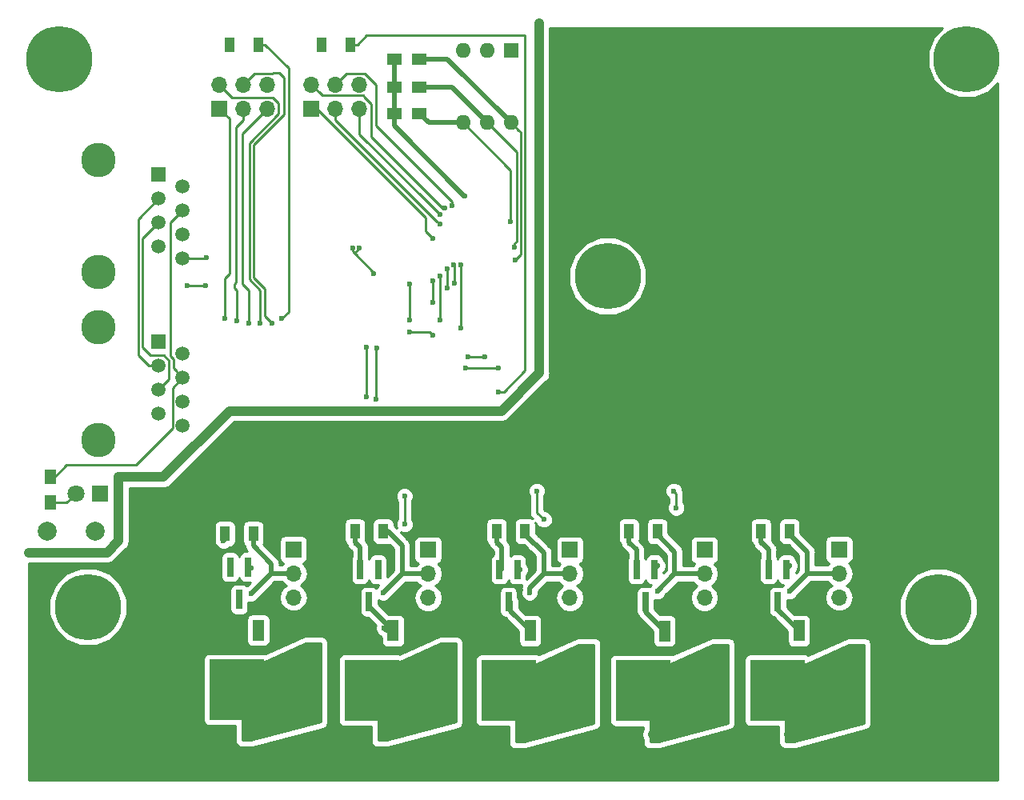
<source format=gtl>
G04 #@! TF.GenerationSoftware,KiCad,Pcbnew,(5.0.0-rc2-dev-340-g7483a73a5)*
G04 #@! TF.CreationDate,2018-04-20T18:58:31+02:00*
G04 #@! TF.ProjectId,PWRCTRLBRD,5057524354524C4252442E6B69636164,rev?*
G04 #@! TF.SameCoordinates,Original*
G04 #@! TF.FileFunction,Copper,L1,Top,Signal*
G04 #@! TF.FilePolarity,Positive*
%FSLAX46Y46*%
G04 Gerber Fmt 4.6, Leading zero omitted, Abs format (unit mm)*
G04 Created by KiCad (PCBNEW (5.0.0-rc2-dev-340-g7483a73a5)) date 04/20/18 18:58:31*
%MOMM*%
%LPD*%
G01*
G04 APERTURE LIST*
%ADD10C,7.000000*%
%ADD11C,3.650000*%
%ADD12R,1.500000X1.500000*%
%ADD13C,1.500000*%
%ADD14C,2.000000*%
%ADD15R,1.200000X2.200000*%
%ADD16R,5.800000X6.400000*%
%ADD17R,2.750000X3.050000*%
%ADD18R,1.300000X1.500000*%
%ADD19R,1.500000X1.300000*%
%ADD20R,1.600000X1.600000*%
%ADD21O,1.600000X1.600000*%
%ADD22R,1.700000X1.700000*%
%ADD23O,1.700000X1.700000*%
%ADD24R,1.800000X1.800000*%
%ADD25C,1.800000*%
%ADD26R,1.100000X1.100000*%
%ADD27R,1.000000X1.600000*%
%ADD28R,0.650000X2.000000*%
%ADD29C,0.600000*%
%ADD30C,1.000000*%
%ADD31C,0.500000*%
%ADD32C,0.250000*%
%ADD33C,0.254000*%
G04 APERTURE END LIST*
D10*
X177824000Y-102692000D03*
X212824000Y-137692000D03*
X122824000Y-137692000D03*
X119824000Y-79692000D03*
D11*
X123974000Y-119992000D03*
X123974000Y-108122000D03*
D12*
X130324000Y-109612000D03*
D13*
X132864000Y-110882000D03*
X130324000Y-112152000D03*
X132864000Y-113422000D03*
X130324000Y-114692000D03*
X132864000Y-115962000D03*
X130324000Y-117232000D03*
X132864000Y-118502000D03*
D14*
X123574000Y-129692000D03*
X118494000Y-129692000D03*
X176824000Y-88272000D03*
X176824000Y-83192000D03*
X184324000Y-88272000D03*
X184324000Y-83192000D03*
X191824000Y-88272000D03*
X191824000Y-83192000D03*
X199324000Y-88272000D03*
X199324000Y-83192000D03*
X145824000Y-143442000D03*
X145824000Y-148522000D03*
D11*
X123974000Y-102282000D03*
X123974000Y-90412000D03*
D12*
X130324000Y-91902000D03*
D13*
X132864000Y-93172000D03*
X130324000Y-94442000D03*
X132864000Y-95712000D03*
X130324000Y-96982000D03*
X132864000Y-98252000D03*
X130324000Y-99522000D03*
X132864000Y-100792000D03*
D14*
X160574000Y-143362000D03*
X160574000Y-148442000D03*
X175074000Y-143362000D03*
X175074000Y-148442000D03*
X189324000Y-143362000D03*
X189324000Y-148442000D03*
X203574000Y-143362000D03*
X203574000Y-148442000D03*
D15*
X140854000Y-140142000D03*
X136294000Y-140142000D03*
D16*
X138574000Y-146442000D03*
D17*
X137049000Y-148117000D03*
X140099000Y-144767000D03*
X140099000Y-148117000D03*
X137049000Y-144767000D03*
D15*
X155129000Y-140217000D03*
X150569000Y-140217000D03*
D16*
X152849000Y-146517000D03*
D17*
X151324000Y-148192000D03*
X154374000Y-144842000D03*
X154374000Y-148192000D03*
X151324000Y-144842000D03*
D15*
X169629000Y-140217000D03*
X165069000Y-140217000D03*
D16*
X167349000Y-146517000D03*
D17*
X165824000Y-148192000D03*
X168874000Y-144842000D03*
X168874000Y-148192000D03*
X165824000Y-144842000D03*
D15*
X183854000Y-140242000D03*
X179294000Y-140242000D03*
D16*
X181574000Y-146542000D03*
D17*
X180049000Y-148217000D03*
X183099000Y-144867000D03*
X183099000Y-148217000D03*
X180049000Y-144867000D03*
D15*
X198079000Y-140217000D03*
X193519000Y-140217000D03*
D16*
X195799000Y-146517000D03*
D17*
X194274000Y-148192000D03*
X197324000Y-144842000D03*
X197324000Y-148192000D03*
X194274000Y-144842000D03*
D18*
X118824000Y-126642000D03*
X118824000Y-123942000D03*
D19*
X155224000Y-79692000D03*
X157924000Y-79692000D03*
X155224000Y-82692000D03*
X157924000Y-82692000D03*
X155224000Y-85442000D03*
X157924000Y-85442000D03*
D20*
X167614000Y-78822000D03*
D21*
X162534000Y-86442000D03*
X165074000Y-78822000D03*
X165074000Y-86442000D03*
X162534000Y-78822000D03*
X167614000Y-86442000D03*
D22*
X136744000Y-84942000D03*
D23*
X136744000Y-82402000D03*
X139284000Y-84942000D03*
X139284000Y-82402000D03*
X141824000Y-84942000D03*
X141824000Y-82402000D03*
D22*
X146494000Y-84942000D03*
D23*
X146494000Y-82402000D03*
X149034000Y-84942000D03*
X149034000Y-82402000D03*
X151574000Y-84942000D03*
X151574000Y-82402000D03*
D22*
X144574000Y-131612000D03*
D23*
X144574000Y-134152000D03*
X144574000Y-136692000D03*
D22*
X158824000Y-131652000D03*
D23*
X158824000Y-134192000D03*
X158824000Y-136732000D03*
D22*
X173824000Y-131652000D03*
D23*
X173824000Y-134192000D03*
X173824000Y-136732000D03*
D22*
X188074000Y-131652000D03*
D23*
X188074000Y-134192000D03*
X188074000Y-136732000D03*
D22*
X202324000Y-131612000D03*
D23*
X202324000Y-134152000D03*
X202324000Y-136692000D03*
D24*
X124074000Y-125692000D03*
D25*
X121534000Y-125692000D03*
D26*
X136974000Y-151192000D03*
X139774000Y-151192000D03*
X154274000Y-151192000D03*
X151474000Y-151192000D03*
X168724000Y-151192000D03*
X165924000Y-151192000D03*
X182774000Y-151192000D03*
X179974000Y-151192000D03*
X197224000Y-151192000D03*
X194424000Y-151192000D03*
D27*
X140824000Y-78192000D03*
X137824000Y-78192000D03*
X147574000Y-78192000D03*
X150574000Y-78192000D03*
D28*
X138824000Y-136902000D03*
X137874000Y-133482000D03*
X139774000Y-133482000D03*
X153524000Y-133732000D03*
X151624000Y-133732000D03*
X152574000Y-137152000D03*
X168274000Y-133732000D03*
X166374000Y-133732000D03*
X167324000Y-137152000D03*
X181824000Y-137152000D03*
X180874000Y-133732000D03*
X182774000Y-133732000D03*
X195824000Y-137152000D03*
X194874000Y-133732000D03*
X196774000Y-133732000D03*
D27*
X140324000Y-129942000D03*
X137324000Y-129942000D03*
X151074000Y-129692000D03*
X154074000Y-129692000D03*
X169074000Y-129692000D03*
X166074000Y-129692000D03*
X180074000Y-129692000D03*
X183074000Y-129692000D03*
X197074000Y-129692000D03*
X194074000Y-129692000D03*
D10*
X215824000Y-79692000D03*
D29*
X147574000Y-78192000D03*
X137824000Y-78192000D03*
X180174000Y-130942000D03*
X194174000Y-130942000D03*
X166174000Y-130942000D03*
X137174000Y-130692000D03*
X151174000Y-130942000D03*
X137874000Y-133482000D03*
X156874000Y-103517000D03*
X156874000Y-107327000D03*
X156874000Y-108597000D03*
X159324000Y-108942000D03*
X162824000Y-112442000D03*
X166274000Y-112407000D03*
X151574000Y-99692000D03*
X150824000Y-99692000D03*
X153074000Y-102442000D03*
X135324000Y-100692000D03*
X165069000Y-140217000D03*
X193519000Y-140217000D03*
X179294000Y-140242000D03*
X150569000Y-140217000D03*
X136294000Y-140142000D03*
X162724000Y-94192000D03*
X138824000Y-136902000D03*
X140854000Y-140142000D03*
X154174000Y-139942000D03*
X169629000Y-140217000D03*
X183854000Y-140242000D03*
X198079000Y-140217000D03*
X159324000Y-98692000D03*
X152324008Y-110192000D03*
X152324000Y-115442000D03*
X159324000Y-105442000D03*
X159324000Y-103192000D03*
X156324000Y-125942000D03*
X153370042Y-110271599D03*
X153324000Y-115692000D03*
X160049000Y-107327000D03*
X160074000Y-102692000D03*
X160074000Y-97192000D03*
X156324000Y-128942000D03*
X170324000Y-125416968D03*
X160824000Y-101942000D03*
X160074000Y-96192000D03*
X171074010Y-128442000D03*
X160824000Y-103942000D03*
X184821771Y-125416968D03*
X185074000Y-127192000D03*
X161523994Y-101445147D03*
X160565042Y-95444986D03*
X161574000Y-103442000D03*
X163074000Y-111192000D03*
X164824000Y-111192000D03*
X162324000Y-108192000D03*
X162324000Y-101442000D03*
X161324000Y-95192000D03*
X133324004Y-103692000D03*
X135274022Y-103692000D03*
X168074000Y-100942000D03*
X167998979Y-99639030D03*
X167548968Y-96944426D03*
X140074000Y-133592000D03*
X153524000Y-133732000D03*
X168524000Y-133732000D03*
X183074000Y-133342000D03*
X197074000Y-133342000D03*
X137324000Y-107192000D03*
X141074000Y-107692000D03*
X138574000Y-107442000D03*
X142324000Y-107692000D03*
X139824000Y-107692000D03*
X143324000Y-107192000D03*
X166274000Y-114947000D03*
X140074000Y-136292000D03*
X154074000Y-136192000D03*
X169574000Y-136192000D03*
X183074000Y-136042000D03*
X197074000Y-136042000D03*
D30*
X126078001Y-123942000D02*
X126078001Y-130687999D01*
X170574000Y-75942000D02*
X170574000Y-112942000D01*
X130824000Y-123942000D02*
X126078001Y-123942000D01*
X137824000Y-116942000D02*
X130824000Y-123942000D01*
X166574000Y-116942000D02*
X137824000Y-116942000D01*
X170574000Y-112942000D02*
X166574000Y-116942000D01*
X126078001Y-130687999D02*
X124824000Y-131942000D01*
X124824000Y-131942000D02*
X116599010Y-131942000D01*
D31*
X166074000Y-129692000D02*
X166074000Y-130842000D01*
X166074000Y-130842000D02*
X166174000Y-130942000D01*
X180074000Y-129692000D02*
X180074000Y-130842000D01*
X180074000Y-130842000D02*
X180174000Y-130942000D01*
X194074000Y-129692000D02*
X194074000Y-130842000D01*
X194074000Y-130842000D02*
X194174000Y-130942000D01*
X180874000Y-133732000D02*
X180874000Y-131642000D01*
X180874000Y-131642000D02*
X180174000Y-130942000D01*
X194874000Y-133732000D02*
X194874000Y-131642000D01*
X194874000Y-131642000D02*
X194174000Y-130942000D01*
X166624000Y-133732000D02*
X166624000Y-131392000D01*
X166624000Y-131392000D02*
X166174000Y-130942000D01*
X151074000Y-129692000D02*
X151074000Y-130842000D01*
X151074000Y-130842000D02*
X151174000Y-130942000D01*
X137324000Y-129942000D02*
X137324000Y-130542000D01*
X137324000Y-130542000D02*
X137174000Y-130692000D01*
X151624000Y-133732000D02*
X151624000Y-131392000D01*
X151624000Y-131392000D02*
X151174000Y-130942000D01*
D32*
X156874000Y-103517000D02*
X156874000Y-104067000D01*
X156874000Y-104067000D02*
X156874000Y-106057000D01*
X156874000Y-107327000D02*
X156874000Y-106057000D01*
X159324000Y-108942000D02*
X158979000Y-108597000D01*
X158979000Y-108597000D02*
X156874000Y-108597000D01*
X166274000Y-112407000D02*
X162859000Y-112407000D01*
X162859000Y-112407000D02*
X162824000Y-112442000D01*
X151074000Y-100317000D02*
X150824000Y-100067000D01*
X153074000Y-102317000D02*
X151074000Y-100317000D01*
X151074000Y-100317000D02*
X151074000Y-100192000D01*
X151074000Y-100192000D02*
X151574000Y-99692000D01*
X153074000Y-102442000D02*
X153074000Y-102317000D01*
X150824000Y-100067000D02*
X150824000Y-99692000D01*
X132864000Y-100792000D02*
X135224000Y-100792000D01*
X135224000Y-100792000D02*
X135324000Y-100692000D01*
D31*
X155224000Y-79692000D02*
X155224000Y-82692000D01*
X155224000Y-82692000D02*
X155224000Y-85442000D01*
X162724000Y-94192000D02*
X162624000Y-94192000D01*
X162624000Y-94192000D02*
X155224000Y-86792000D01*
X155224000Y-86792000D02*
X155224000Y-86592000D01*
X155224000Y-86592000D02*
X155224000Y-85442000D01*
X155129000Y-140217000D02*
X154449000Y-140217000D01*
X154449000Y-140217000D02*
X154174000Y-139942000D01*
X152574000Y-137152000D02*
X152574000Y-137662000D01*
X152574000Y-137662000D02*
X155129000Y-140217000D01*
X167574000Y-137152000D02*
X167574000Y-138162000D01*
X167574000Y-138162000D02*
X169629000Y-140217000D01*
X181824000Y-137152000D02*
X181824000Y-138212000D01*
X181824000Y-138212000D02*
X183854000Y-140242000D01*
X195824000Y-137152000D02*
X195824000Y-137962000D01*
X195824000Y-137962000D02*
X198079000Y-140217000D01*
D32*
X118824000Y-126642000D02*
X120584000Y-126642000D01*
X120584000Y-126642000D02*
X121534000Y-125692000D01*
X158589543Y-97957543D02*
X158589543Y-96457543D01*
X158589543Y-96457543D02*
X147074000Y-84942000D01*
X159324000Y-98692000D02*
X158589543Y-97957543D01*
X147074000Y-84942000D02*
X146494000Y-84942000D01*
X152324000Y-110192008D02*
X152324008Y-110192000D01*
X152324000Y-115442000D02*
X152324000Y-110192008D01*
X159324000Y-103192000D02*
X159324000Y-105442000D01*
X156324000Y-128942000D02*
X156324000Y-125942000D01*
X149034000Y-84942000D02*
X149034000Y-86152000D01*
X159774001Y-96892001D02*
X160074000Y-97192000D01*
X149034000Y-86152000D02*
X159774001Y-96892001D01*
X153324000Y-110317641D02*
X153370042Y-110271599D01*
X153324000Y-115692000D02*
X153324000Y-110317641D01*
X160049000Y-102717000D02*
X160074000Y-102692000D01*
X160049000Y-107327000D02*
X160049000Y-102717000D01*
X171074010Y-128442000D02*
X170324000Y-127691990D01*
X170324000Y-127691990D02*
X170324000Y-125841232D01*
X170324000Y-125841232D02*
X170324000Y-125416968D01*
X158624013Y-94742013D02*
X151574000Y-87692000D01*
X158624013Y-94742013D02*
X158574000Y-94742013D01*
X160074000Y-96192000D02*
X158624013Y-94742013D01*
X151574000Y-87692000D02*
X151574000Y-86144081D01*
X151574000Y-86144081D02*
X151574000Y-84942000D01*
X171074000Y-128442000D02*
X171074010Y-128442000D01*
X160824000Y-101942000D02*
X160824000Y-103942000D01*
X185074000Y-125669197D02*
X184821771Y-125416968D01*
X185074000Y-127192000D02*
X185074000Y-125669197D01*
X160565042Y-95444986D02*
X160326986Y-95444986D01*
X160326986Y-95444986D02*
X152824000Y-87942000D01*
X152824000Y-87942000D02*
X152824000Y-84452998D01*
X147669001Y-83577001D02*
X147343999Y-83251999D01*
X152824000Y-84452998D02*
X152138001Y-83766999D01*
X152138001Y-83756001D02*
X151959001Y-83577001D01*
X152138001Y-83766999D02*
X152138001Y-83756001D01*
X151959001Y-83577001D02*
X147669001Y-83577001D01*
X147343999Y-83251999D02*
X146494000Y-82402000D01*
X161574000Y-101495153D02*
X161523994Y-101445147D01*
X161574000Y-103442000D02*
X161574000Y-101495153D01*
X149034000Y-82402000D02*
X150209001Y-81226999D01*
X150209001Y-81226999D02*
X152138001Y-81226999D01*
X153324000Y-82412998D02*
X153324000Y-86767736D01*
X152138001Y-81226999D02*
X153324000Y-82412998D01*
X153324000Y-86767736D02*
X161324000Y-94767736D01*
X161324000Y-94767736D02*
X161324000Y-95192000D01*
X164824000Y-111192000D02*
X163074000Y-111192000D01*
X162324000Y-101442000D02*
X162324000Y-108192000D01*
X135274022Y-103692000D02*
X133324004Y-103692000D01*
X132864000Y-113422000D02*
X131788999Y-114497001D01*
X131788999Y-114497001D02*
X131788999Y-118777001D01*
X131788999Y-118777001D02*
X127874000Y-122692000D01*
X127874000Y-122692000D02*
X120574000Y-122692000D01*
X120574000Y-122692000D02*
X118824000Y-124442000D01*
X132864000Y-95712000D02*
X131574000Y-97002000D01*
X131574000Y-97002000D02*
X131574000Y-111174587D01*
X131574000Y-111174587D02*
X131849012Y-111449599D01*
X131849012Y-111449599D02*
X131849012Y-112407012D01*
X131849012Y-112407012D02*
X132114001Y-112672001D01*
X132114001Y-112672001D02*
X132864000Y-113422000D01*
X128574000Y-110192000D02*
X129458999Y-111076999D01*
X130840001Y-111076999D02*
X131399001Y-111635999D01*
X130324000Y-96982000D02*
X128574000Y-98732000D01*
X129458999Y-111076999D02*
X130840001Y-111076999D01*
X128574000Y-98732000D02*
X128574000Y-110192000D01*
X131399001Y-111635999D02*
X131399001Y-113616999D01*
X131399001Y-113616999D02*
X131073999Y-113942001D01*
X131073999Y-113942001D02*
X130324000Y-114692000D01*
X168623989Y-100392011D02*
X168623989Y-87451989D01*
X168074000Y-100942000D02*
X168623989Y-100392011D01*
X168413999Y-87241999D02*
X167614000Y-86442000D01*
X168623989Y-87451989D02*
X168413999Y-87241999D01*
D31*
X157924000Y-79692000D02*
X160864000Y-79692000D01*
X160864000Y-79692000D02*
X167614000Y-86442000D01*
D32*
X167998979Y-99214766D02*
X167998979Y-99639030D01*
X168173978Y-99039767D02*
X167998979Y-99214766D01*
X168173978Y-89541978D02*
X168173978Y-99039767D01*
X165074000Y-86442000D02*
X168173978Y-89541978D01*
D31*
X165074000Y-86442000D02*
X161324000Y-82692000D01*
X161324000Y-82692000D02*
X157924000Y-82692000D01*
D32*
X167548968Y-96520162D02*
X167548968Y-96944426D01*
X162534000Y-86442000D02*
X167548968Y-91456968D01*
X167548968Y-91456968D02*
X167548968Y-96520162D01*
D31*
X162534000Y-86442000D02*
X158924000Y-86442000D01*
X158924000Y-86442000D02*
X157924000Y-85442000D01*
D32*
X129263340Y-112152000D02*
X130324000Y-112152000D01*
X128123989Y-111012649D02*
X129263340Y-112152000D01*
X128123989Y-96642011D02*
X128123989Y-111012649D01*
X130324000Y-94442000D02*
X128123989Y-96642011D01*
D31*
X139774000Y-133482000D02*
X139964000Y-133482000D01*
X139964000Y-133482000D02*
X140074000Y-133592000D01*
X182774000Y-133732000D02*
X182774000Y-133642000D01*
X182774000Y-133642000D02*
X183074000Y-133342000D01*
X196774000Y-133732000D02*
X196774000Y-133642000D01*
X196774000Y-133642000D02*
X197074000Y-133342000D01*
D32*
X137324000Y-107192000D02*
X137324000Y-102942000D01*
X137324000Y-102942000D02*
X137824000Y-102442000D01*
X137824000Y-102442000D02*
X137824000Y-86022000D01*
X137824000Y-86022000D02*
X136744000Y-84942000D01*
X142999001Y-85506001D02*
X142999001Y-84377999D01*
X141073999Y-104191999D02*
X139923978Y-103041979D01*
X137593999Y-83251999D02*
X136744000Y-82402000D01*
X139923978Y-103041979D02*
X139923978Y-88581021D01*
X141074000Y-107692000D02*
X141073999Y-104191999D01*
X142999001Y-84377999D02*
X142388001Y-83766999D01*
X142388001Y-83766999D02*
X138108999Y-83766999D01*
X139923978Y-88581021D02*
X142999001Y-85506001D01*
X138108999Y-83766999D02*
X137593999Y-83251999D01*
X139284000Y-84942000D02*
X139284000Y-86144081D01*
X139284000Y-86144081D02*
X138524011Y-86904070D01*
X138524011Y-86904070D02*
X138524011Y-103317725D01*
X138324000Y-103517736D02*
X138324000Y-103942000D01*
X138524011Y-103317725D02*
X138324000Y-103517736D01*
X138574000Y-107442000D02*
X138574000Y-104192000D01*
X138574000Y-104192000D02*
X138324000Y-103942000D01*
X143574000Y-81692000D02*
X143074000Y-81192000D01*
X142324000Y-107692000D02*
X141524010Y-106892010D01*
X142388001Y-81226999D02*
X140459001Y-81226999D01*
X141524010Y-106892010D02*
X141524010Y-104005600D01*
X142423000Y-81192000D02*
X142388001Y-81226999D01*
X140373989Y-102855579D02*
X140373989Y-88767421D01*
X140373989Y-88767421D02*
X143574000Y-85567410D01*
X143074000Y-81192000D02*
X142423000Y-81192000D01*
X143574000Y-85567410D02*
X143574000Y-81692000D01*
X141524010Y-104005600D02*
X140373989Y-102855579D01*
X140459001Y-81226999D02*
X140133999Y-81552001D01*
X140133999Y-81552001D02*
X139284000Y-82402000D01*
X139824000Y-107692000D02*
X139824000Y-104192000D01*
X139824000Y-104192000D02*
X139173978Y-103541978D01*
X139173978Y-103541978D02*
X139173978Y-87592022D01*
X139173978Y-87592022D02*
X141824000Y-84942000D01*
X141574000Y-78192000D02*
X140824000Y-78192000D01*
X144074000Y-80692000D02*
X141574000Y-78192000D01*
X143324000Y-107192000D02*
X144074000Y-106442000D01*
X144074000Y-106442000D02*
X144074000Y-80692000D01*
X150574000Y-78192000D02*
X151324000Y-78192000D01*
X166279000Y-114942000D02*
X166274000Y-114947000D01*
X151324000Y-78192000D02*
X152324000Y-77192000D01*
X169074000Y-112692000D02*
X166824000Y-114942000D01*
X152324000Y-77192000D02*
X169074000Y-77192000D01*
X169074000Y-77192000D02*
X169074000Y-112692000D01*
X166824000Y-114942000D02*
X166279000Y-114942000D01*
D31*
X142214000Y-134152000D02*
X142214000Y-133132000D01*
X140324000Y-131242000D02*
X140324000Y-129942000D01*
X142214000Y-133132000D02*
X140324000Y-131242000D01*
X144574000Y-134152000D02*
X142214000Y-134152000D01*
X142214000Y-134152000D02*
X140074000Y-136292000D01*
X156074000Y-134192000D02*
X156074000Y-131192000D01*
X154574000Y-129692000D02*
X154074000Y-129692000D01*
X156074000Y-131192000D02*
X154574000Y-129692000D01*
X158824000Y-134192000D02*
X156074000Y-134192000D01*
X156074000Y-134192000D02*
X154074000Y-136192000D01*
X170124000Y-130992000D02*
X171074000Y-131942000D01*
X171074000Y-131942000D02*
X171074000Y-134192000D01*
X170074000Y-130992000D02*
X170124000Y-130992000D01*
X169074000Y-129692000D02*
X169074000Y-129992000D01*
X169074000Y-129992000D02*
X170074000Y-130992000D01*
X173824000Y-134192000D02*
X171074000Y-134192000D01*
X171074000Y-134192000D02*
X169574000Y-135692000D01*
X169574000Y-135692000D02*
X169574000Y-136192000D01*
X183074000Y-129692000D02*
X183074000Y-129992000D01*
X183074000Y-129992000D02*
X184924000Y-131842000D01*
X184924000Y-131842000D02*
X184924000Y-134192000D01*
X188074000Y-134192000D02*
X184924000Y-134192000D01*
X184924000Y-134192000D02*
X183074000Y-136042000D01*
X197074000Y-129692000D02*
X197074000Y-129992000D01*
X198934000Y-131852000D02*
X198934000Y-134152000D01*
X197074000Y-129992000D02*
X198934000Y-131852000D01*
X198934000Y-134152000D02*
X198934000Y-134182000D01*
X198934000Y-134182000D02*
X197074000Y-136042000D01*
X202324000Y-134152000D02*
X198934000Y-134152000D01*
D30*
X139574000Y-151192000D02*
X139574000Y-148642000D01*
X139574000Y-148642000D02*
X140099000Y-148117000D01*
X168874000Y-150842000D02*
X168524000Y-151192000D01*
X168874000Y-148192000D02*
X168874000Y-150842000D01*
X183099000Y-150667000D02*
X182574000Y-151192000D01*
X183099000Y-148217000D02*
X183099000Y-150667000D01*
X197324000Y-150892000D02*
X197024000Y-151192000D01*
X197324000Y-148192000D02*
X197324000Y-150892000D01*
D33*
G36*
X212318517Y-77349711D02*
X211689000Y-78869497D01*
X211689000Y-80514503D01*
X212318517Y-82034289D01*
X213481711Y-83197483D01*
X215001497Y-83827000D01*
X216646503Y-83827000D01*
X218166289Y-83197483D01*
X219114000Y-82249772D01*
X219114001Y-155982000D01*
X116534000Y-155982000D01*
X116534000Y-143242000D01*
X135026560Y-143242000D01*
X135026560Y-149642000D01*
X135075843Y-149889765D01*
X135216191Y-150099809D01*
X135426235Y-150240157D01*
X135674000Y-150289440D01*
X138439000Y-150289440D01*
X138439000Y-151942000D01*
X138487336Y-152185004D01*
X138624987Y-152391013D01*
X138830996Y-152528664D01*
X139074000Y-152577000D01*
X140074000Y-152577000D01*
X140237616Y-152555559D01*
X147737616Y-150555559D01*
X148023013Y-150391013D01*
X148160664Y-150185004D01*
X148209000Y-149942000D01*
X148209000Y-143317000D01*
X149301560Y-143317000D01*
X149301560Y-149717000D01*
X149350843Y-149964765D01*
X149491191Y-150174809D01*
X149701235Y-150315157D01*
X149949000Y-150364440D01*
X152760802Y-150364440D01*
X152760802Y-151942000D01*
X152809138Y-152185004D01*
X152946789Y-152391013D01*
X153152798Y-152528664D01*
X153395802Y-152577000D01*
X154395802Y-152577000D01*
X154559418Y-152555559D01*
X162059418Y-150555559D01*
X162344815Y-150391013D01*
X162482466Y-150185004D01*
X162530802Y-149942000D01*
X162530802Y-143317000D01*
X163801560Y-143317000D01*
X163801560Y-149717000D01*
X163850843Y-149964765D01*
X163991191Y-150174809D01*
X164201235Y-150315157D01*
X164449000Y-150364440D01*
X167358841Y-150364440D01*
X167358841Y-152080043D01*
X167407177Y-152323047D01*
X167544828Y-152529056D01*
X167750837Y-152666707D01*
X167993841Y-152715043D01*
X168993841Y-152715043D01*
X169157457Y-152693602D01*
X176657457Y-150693602D01*
X176942854Y-150529056D01*
X177080505Y-150323047D01*
X177128841Y-150080043D01*
X177128841Y-143342000D01*
X178026560Y-143342000D01*
X178026560Y-149742000D01*
X178075843Y-149989765D01*
X178216191Y-150199809D01*
X178426235Y-150340157D01*
X178674000Y-150389440D01*
X181550670Y-150389440D01*
X181550670Y-150680578D01*
X181504854Y-150749146D01*
X181416765Y-151192000D01*
X181504854Y-151634854D01*
X181550670Y-151703422D01*
X181550670Y-152080043D01*
X181599006Y-152323047D01*
X181736657Y-152529056D01*
X181942666Y-152666707D01*
X182185670Y-152715043D01*
X183185670Y-152715043D01*
X183349286Y-152693602D01*
X190849286Y-150693602D01*
X191134683Y-150529056D01*
X191272334Y-150323047D01*
X191320670Y-150080043D01*
X191320670Y-143317000D01*
X192251560Y-143317000D01*
X192251560Y-149717000D01*
X192300843Y-149964765D01*
X192441191Y-150174809D01*
X192651235Y-150315157D01*
X192899000Y-150364440D01*
X195928707Y-150364440D01*
X195928707Y-150880596D01*
X195866765Y-151192000D01*
X195928707Y-151503404D01*
X195928707Y-152078079D01*
X195977043Y-152321083D01*
X196114694Y-152527092D01*
X196320703Y-152664743D01*
X196563707Y-152713079D01*
X197563707Y-152713079D01*
X197727323Y-152691638D01*
X205227323Y-150691638D01*
X205512720Y-150527092D01*
X205650371Y-150321083D01*
X205698707Y-150078079D01*
X205698707Y-141578079D01*
X205650371Y-141335075D01*
X205512720Y-141129066D01*
X205306711Y-140991415D01*
X205063707Y-140943079D01*
X203313707Y-140943079D01*
X203055809Y-140997809D01*
X199041323Y-142782025D01*
X198946765Y-142718843D01*
X198699000Y-142669560D01*
X192899000Y-142669560D01*
X192651235Y-142718843D01*
X192441191Y-142859191D01*
X192300843Y-143069235D01*
X192251560Y-143317000D01*
X191320670Y-143317000D01*
X191320670Y-141580043D01*
X191272334Y-141337039D01*
X191134683Y-141131030D01*
X190928674Y-140993379D01*
X190685670Y-140945043D01*
X188935670Y-140945043D01*
X188677772Y-140999773D01*
X184734488Y-142752344D01*
X184721765Y-142743843D01*
X184474000Y-142694560D01*
X178674000Y-142694560D01*
X178426235Y-142743843D01*
X178216191Y-142884191D01*
X178075843Y-143094235D01*
X178026560Y-143342000D01*
X177128841Y-143342000D01*
X177128841Y-141580043D01*
X177080505Y-141337039D01*
X176942854Y-141131030D01*
X176736845Y-140993379D01*
X176493841Y-140945043D01*
X174743841Y-140945043D01*
X174485943Y-140999773D01*
X170545207Y-142751211D01*
X170496765Y-142718843D01*
X170249000Y-142669560D01*
X164449000Y-142669560D01*
X164201235Y-142718843D01*
X163991191Y-142859191D01*
X163850843Y-143069235D01*
X163801560Y-143317000D01*
X162530802Y-143317000D01*
X162530802Y-141442000D01*
X162482466Y-141198996D01*
X162344815Y-140992987D01*
X162138806Y-140855336D01*
X161895802Y-140807000D01*
X160145802Y-140807000D01*
X159887904Y-140861730D01*
X155798247Y-142679356D01*
X155749000Y-142669560D01*
X149949000Y-142669560D01*
X149701235Y-142718843D01*
X149491191Y-142859191D01*
X149350843Y-143069235D01*
X149301560Y-143317000D01*
X148209000Y-143317000D01*
X148209000Y-141442000D01*
X148160664Y-141198996D01*
X148023013Y-140992987D01*
X147817004Y-140855336D01*
X147574000Y-140807000D01*
X145824000Y-140807000D01*
X145566102Y-140861730D01*
X141607491Y-142621113D01*
X141474000Y-142594560D01*
X135674000Y-142594560D01*
X135426235Y-142643843D01*
X135216191Y-142784191D01*
X135075843Y-142994235D01*
X135026560Y-143242000D01*
X116534000Y-143242000D01*
X116534000Y-136869497D01*
X118689000Y-136869497D01*
X118689000Y-138514503D01*
X119318517Y-140034289D01*
X120481711Y-141197483D01*
X122001497Y-141827000D01*
X123646503Y-141827000D01*
X125166289Y-141197483D01*
X126329483Y-140034289D01*
X126740503Y-139042000D01*
X139606560Y-139042000D01*
X139606560Y-141242000D01*
X139655843Y-141489765D01*
X139796191Y-141699809D01*
X140006235Y-141840157D01*
X140254000Y-141889440D01*
X141454000Y-141889440D01*
X141701765Y-141840157D01*
X141911809Y-141699809D01*
X142052157Y-141489765D01*
X142101440Y-141242000D01*
X142101440Y-139042000D01*
X142052157Y-138794235D01*
X141911809Y-138584191D01*
X141701765Y-138443843D01*
X141454000Y-138394560D01*
X140254000Y-138394560D01*
X140006235Y-138443843D01*
X139796191Y-138584191D01*
X139655843Y-138794235D01*
X139606560Y-139042000D01*
X126740503Y-139042000D01*
X126959000Y-138514503D01*
X126959000Y-136869497D01*
X126329483Y-135349711D01*
X125166289Y-134186517D01*
X123646503Y-133557000D01*
X122001497Y-133557000D01*
X120481711Y-134186517D01*
X119318517Y-135349711D01*
X118689000Y-136869497D01*
X116534000Y-136869497D01*
X116534000Y-133077000D01*
X124712217Y-133077000D01*
X124824000Y-133099235D01*
X124935783Y-133077000D01*
X125266855Y-133011146D01*
X125642289Y-132760289D01*
X125705613Y-132665518D01*
X125889131Y-132482000D01*
X136901560Y-132482000D01*
X136901560Y-134482000D01*
X136950843Y-134729765D01*
X137091191Y-134939809D01*
X137301235Y-135080157D01*
X137549000Y-135129440D01*
X138199000Y-135129440D01*
X138446765Y-135080157D01*
X138656809Y-134939809D01*
X138797157Y-134729765D01*
X138824000Y-134594815D01*
X138850843Y-134729765D01*
X138991191Y-134939809D01*
X139201235Y-135080157D01*
X139449000Y-135129440D01*
X139984982Y-135129440D01*
X139665078Y-135449344D01*
X139622137Y-135467131D01*
X139606809Y-135444191D01*
X139396765Y-135303843D01*
X139149000Y-135254560D01*
X138499000Y-135254560D01*
X138251235Y-135303843D01*
X138041191Y-135444191D01*
X137900843Y-135654235D01*
X137851560Y-135902000D01*
X137851560Y-137902000D01*
X137900843Y-138149765D01*
X138041191Y-138359809D01*
X138251235Y-138500157D01*
X138499000Y-138549440D01*
X139149000Y-138549440D01*
X139396765Y-138500157D01*
X139606809Y-138359809D01*
X139747157Y-138149765D01*
X139796440Y-137902000D01*
X139796440Y-137189068D01*
X139888017Y-137227000D01*
X140259983Y-137227000D01*
X140603635Y-137084655D01*
X140866655Y-136821635D01*
X140916656Y-136700922D01*
X142580579Y-135037000D01*
X143379344Y-135037000D01*
X143503375Y-135222625D01*
X143801761Y-135422000D01*
X143503375Y-135621375D01*
X143175161Y-136112582D01*
X143059908Y-136692000D01*
X143175161Y-137271418D01*
X143503375Y-137762625D01*
X143994582Y-138090839D01*
X144427744Y-138177000D01*
X144720256Y-138177000D01*
X145153418Y-138090839D01*
X145644625Y-137762625D01*
X145972839Y-137271418D01*
X146088092Y-136692000D01*
X145972839Y-136112582D01*
X145644625Y-135621375D01*
X145346239Y-135422000D01*
X145644625Y-135222625D01*
X145972839Y-134731418D01*
X146088092Y-134152000D01*
X145972839Y-133572582D01*
X145644625Y-133081375D01*
X145626381Y-133069184D01*
X145671765Y-133060157D01*
X145881809Y-132919809D01*
X146022157Y-132709765D01*
X146071440Y-132462000D01*
X146071440Y-130762000D01*
X146022157Y-130514235D01*
X145881809Y-130304191D01*
X145671765Y-130163843D01*
X145424000Y-130114560D01*
X143724000Y-130114560D01*
X143476235Y-130163843D01*
X143266191Y-130304191D01*
X143125843Y-130514235D01*
X143076560Y-130762000D01*
X143076560Y-132462000D01*
X143125843Y-132709765D01*
X143266191Y-132919809D01*
X143476235Y-133060157D01*
X143521619Y-133069184D01*
X143503375Y-133081375D01*
X143379344Y-133267000D01*
X143099000Y-133267000D01*
X143099000Y-133219161D01*
X143116337Y-133132000D01*
X143099000Y-133044839D01*
X143099000Y-133044835D01*
X143047652Y-132786690D01*
X143022979Y-132749765D01*
X142901424Y-132567845D01*
X142901423Y-132567844D01*
X142852049Y-132493951D01*
X142778156Y-132444577D01*
X141382578Y-131048999D01*
X141422157Y-130989765D01*
X141471440Y-130742000D01*
X141471440Y-129142000D01*
X141422157Y-128894235D01*
X141420664Y-128892000D01*
X149926560Y-128892000D01*
X149926560Y-130492000D01*
X149975843Y-130739765D01*
X150116191Y-130949809D01*
X150204897Y-131009081D01*
X150240348Y-131187309D01*
X150301454Y-131278760D01*
X150381345Y-131471635D01*
X150644365Y-131734655D01*
X150739001Y-131773854D01*
X150739001Y-132427129D01*
X150700843Y-132484235D01*
X150651560Y-132732000D01*
X150651560Y-134732000D01*
X150700843Y-134979765D01*
X150841191Y-135189809D01*
X151051235Y-135330157D01*
X151299000Y-135379440D01*
X151949000Y-135379440D01*
X152196765Y-135330157D01*
X152406809Y-135189809D01*
X152547157Y-134979765D01*
X152574000Y-134844815D01*
X152600843Y-134979765D01*
X152741191Y-135189809D01*
X152951235Y-135330157D01*
X153199000Y-135379440D01*
X153592420Y-135379440D01*
X153544365Y-135399345D01*
X153292494Y-135651216D01*
X153146765Y-135553843D01*
X152899000Y-135504560D01*
X152249000Y-135504560D01*
X152001235Y-135553843D01*
X151791191Y-135694191D01*
X151650843Y-135904235D01*
X151601560Y-136152000D01*
X151601560Y-138152000D01*
X151650843Y-138399765D01*
X151791191Y-138609809D01*
X152001235Y-138750157D01*
X152249000Y-138799440D01*
X152459862Y-138799440D01*
X153290970Y-139630549D01*
X153239000Y-139756017D01*
X153239000Y-140127983D01*
X153381345Y-140471635D01*
X153644365Y-140734655D01*
X153763471Y-140783990D01*
X153810951Y-140855049D01*
X153881560Y-140902229D01*
X153881560Y-141317000D01*
X153930843Y-141564765D01*
X154071191Y-141774809D01*
X154281235Y-141915157D01*
X154529000Y-141964440D01*
X155729000Y-141964440D01*
X155976765Y-141915157D01*
X156186809Y-141774809D01*
X156327157Y-141564765D01*
X156376440Y-141317000D01*
X156376440Y-139117000D01*
X156327157Y-138869235D01*
X156186809Y-138659191D01*
X155976765Y-138518843D01*
X155729000Y-138469560D01*
X154633139Y-138469560D01*
X153546440Y-137382862D01*
X153546440Y-136985514D01*
X153888017Y-137127000D01*
X154259983Y-137127000D01*
X154603635Y-136984655D01*
X154866655Y-136721635D01*
X154916656Y-136600922D01*
X156440579Y-135077000D01*
X157629344Y-135077000D01*
X157753375Y-135262625D01*
X158051761Y-135462000D01*
X157753375Y-135661375D01*
X157425161Y-136152582D01*
X157309908Y-136732000D01*
X157425161Y-137311418D01*
X157753375Y-137802625D01*
X158244582Y-138130839D01*
X158677744Y-138217000D01*
X158970256Y-138217000D01*
X159403418Y-138130839D01*
X159894625Y-137802625D01*
X160222839Y-137311418D01*
X160338092Y-136732000D01*
X160222839Y-136152582D01*
X160222451Y-136152000D01*
X166351560Y-136152000D01*
X166351560Y-138152000D01*
X166400843Y-138399765D01*
X166541191Y-138609809D01*
X166751235Y-138750157D01*
X166925819Y-138784883D01*
X166935952Y-138800049D01*
X167009845Y-138849423D01*
X168381560Y-140221139D01*
X168381560Y-141317000D01*
X168430843Y-141564765D01*
X168571191Y-141774809D01*
X168781235Y-141915157D01*
X169029000Y-141964440D01*
X170229000Y-141964440D01*
X170476765Y-141915157D01*
X170686809Y-141774809D01*
X170827157Y-141564765D01*
X170876440Y-141317000D01*
X170876440Y-139117000D01*
X170827157Y-138869235D01*
X170686809Y-138659191D01*
X170476765Y-138518843D01*
X170229000Y-138469560D01*
X169133138Y-138469560D01*
X168459000Y-137795422D01*
X168459000Y-137064835D01*
X168407652Y-136806690D01*
X168296440Y-136640250D01*
X168296440Y-136152000D01*
X168247157Y-135904235D01*
X168106809Y-135694191D01*
X167896765Y-135553843D01*
X167649000Y-135504560D01*
X166999000Y-135504560D01*
X166751235Y-135553843D01*
X166541191Y-135694191D01*
X166400843Y-135904235D01*
X166351560Y-136152000D01*
X160222451Y-136152000D01*
X159894625Y-135661375D01*
X159596239Y-135462000D01*
X159894625Y-135262625D01*
X160222839Y-134771418D01*
X160338092Y-134192000D01*
X160222839Y-133612582D01*
X159894625Y-133121375D01*
X159876381Y-133109184D01*
X159921765Y-133100157D01*
X160131809Y-132959809D01*
X160272157Y-132749765D01*
X160321440Y-132502000D01*
X160321440Y-130802000D01*
X160272157Y-130554235D01*
X160131809Y-130344191D01*
X159921765Y-130203843D01*
X159674000Y-130154560D01*
X157974000Y-130154560D01*
X157726235Y-130203843D01*
X157516191Y-130344191D01*
X157375843Y-130554235D01*
X157326560Y-130802000D01*
X157326560Y-132502000D01*
X157375843Y-132749765D01*
X157516191Y-132959809D01*
X157726235Y-133100157D01*
X157771619Y-133109184D01*
X157753375Y-133121375D01*
X157629344Y-133307000D01*
X156959000Y-133307000D01*
X156959000Y-131279159D01*
X156976337Y-131191999D01*
X156959000Y-131104839D01*
X156959000Y-131104835D01*
X156907652Y-130846690D01*
X156801618Y-130688000D01*
X156761424Y-130627845D01*
X156761423Y-130627844D01*
X156712049Y-130553951D01*
X156638156Y-130504577D01*
X155920466Y-129786888D01*
X156138017Y-129877000D01*
X156509983Y-129877000D01*
X156853635Y-129734655D01*
X157116655Y-129471635D01*
X157259000Y-129127983D01*
X157259000Y-128892000D01*
X164926560Y-128892000D01*
X164926560Y-130492000D01*
X164975843Y-130739765D01*
X165116191Y-130949809D01*
X165204897Y-131009081D01*
X165240348Y-131187309D01*
X165301454Y-131278760D01*
X165381345Y-131471635D01*
X165644365Y-131734655D01*
X165739001Y-131773854D01*
X165739001Y-132175427D01*
X165591191Y-132274191D01*
X165450843Y-132484235D01*
X165401560Y-132732000D01*
X165401560Y-134732000D01*
X165450843Y-134979765D01*
X165591191Y-135189809D01*
X165801235Y-135330157D01*
X166049000Y-135379440D01*
X166699000Y-135379440D01*
X166946765Y-135330157D01*
X167156809Y-135189809D01*
X167297157Y-134979765D01*
X167324000Y-134844815D01*
X167350843Y-134979765D01*
X167491191Y-135189809D01*
X167701235Y-135330157D01*
X167949000Y-135379440D01*
X168599000Y-135379440D01*
X168739388Y-135351515D01*
X168689000Y-135604836D01*
X168689000Y-135604839D01*
X168671663Y-135692000D01*
X168689000Y-135779161D01*
X168689000Y-135885306D01*
X168639000Y-136006017D01*
X168639000Y-136377983D01*
X168781345Y-136721635D01*
X169044365Y-136984655D01*
X169388017Y-137127000D01*
X169759983Y-137127000D01*
X170103635Y-136984655D01*
X170366655Y-136721635D01*
X170509000Y-136377983D01*
X170509000Y-136008578D01*
X171440579Y-135077000D01*
X172629344Y-135077000D01*
X172753375Y-135262625D01*
X173051761Y-135462000D01*
X172753375Y-135661375D01*
X172425161Y-136152582D01*
X172309908Y-136732000D01*
X172425161Y-137311418D01*
X172753375Y-137802625D01*
X173244582Y-138130839D01*
X173677744Y-138217000D01*
X173970256Y-138217000D01*
X174403418Y-138130839D01*
X174894625Y-137802625D01*
X175222839Y-137311418D01*
X175338092Y-136732000D01*
X175222839Y-136152582D01*
X174894625Y-135661375D01*
X174596239Y-135462000D01*
X174894625Y-135262625D01*
X175222839Y-134771418D01*
X175338092Y-134192000D01*
X175222839Y-133612582D01*
X174894625Y-133121375D01*
X174876381Y-133109184D01*
X174921765Y-133100157D01*
X175131809Y-132959809D01*
X175272157Y-132749765D01*
X175321440Y-132502000D01*
X175321440Y-130802000D01*
X175272157Y-130554235D01*
X175131809Y-130344191D01*
X174921765Y-130203843D01*
X174674000Y-130154560D01*
X172974000Y-130154560D01*
X172726235Y-130203843D01*
X172516191Y-130344191D01*
X172375843Y-130554235D01*
X172326560Y-130802000D01*
X172326560Y-132502000D01*
X172375843Y-132749765D01*
X172516191Y-132959809D01*
X172726235Y-133100157D01*
X172771619Y-133109184D01*
X172753375Y-133121375D01*
X172629344Y-133307000D01*
X171959000Y-133307000D01*
X171959000Y-132029161D01*
X171976337Y-131942000D01*
X171959000Y-131854839D01*
X171959000Y-131854835D01*
X171907652Y-131596690D01*
X171847247Y-131506288D01*
X171761424Y-131377845D01*
X171761423Y-131377844D01*
X171712049Y-131303951D01*
X171638156Y-131254577D01*
X170811425Y-130427847D01*
X170762049Y-130353951D01*
X170537470Y-130203892D01*
X170221440Y-129887861D01*
X170221440Y-128892000D01*
X170196561Y-128766924D01*
X170281355Y-128971635D01*
X170544375Y-129234655D01*
X170888027Y-129377000D01*
X171259993Y-129377000D01*
X171603645Y-129234655D01*
X171866665Y-128971635D01*
X171899650Y-128892000D01*
X178926560Y-128892000D01*
X178926560Y-130492000D01*
X178975843Y-130739765D01*
X179116191Y-130949809D01*
X179204897Y-131009081D01*
X179240348Y-131187309D01*
X179301454Y-131278760D01*
X179381345Y-131471635D01*
X179644365Y-131734655D01*
X179765077Y-131784656D01*
X179989001Y-132008579D01*
X179989001Y-132427129D01*
X179950843Y-132484235D01*
X179901560Y-132732000D01*
X179901560Y-134732000D01*
X179950843Y-134979765D01*
X180091191Y-135189809D01*
X180301235Y-135330157D01*
X180549000Y-135379440D01*
X181199000Y-135379440D01*
X181446765Y-135330157D01*
X181656809Y-135189809D01*
X181797157Y-134979765D01*
X181824000Y-134844815D01*
X181850843Y-134979765D01*
X181991191Y-135189809D01*
X182201235Y-135330157D01*
X182420032Y-135373678D01*
X182281345Y-135512365D01*
X182274258Y-135529475D01*
X182149000Y-135504560D01*
X181499000Y-135504560D01*
X181251235Y-135553843D01*
X181041191Y-135694191D01*
X180900843Y-135904235D01*
X180851560Y-136152000D01*
X180851560Y-138152000D01*
X180900843Y-138399765D01*
X180983666Y-138523718D01*
X180990348Y-138557309D01*
X181136576Y-138776154D01*
X181136578Y-138776156D01*
X181185952Y-138850049D01*
X181259845Y-138899423D01*
X182606560Y-140246139D01*
X182606560Y-141342000D01*
X182655843Y-141589765D01*
X182796191Y-141799809D01*
X183006235Y-141940157D01*
X183254000Y-141989440D01*
X184454000Y-141989440D01*
X184701765Y-141940157D01*
X184911809Y-141799809D01*
X185052157Y-141589765D01*
X185101440Y-141342000D01*
X185101440Y-139142000D01*
X185052157Y-138894235D01*
X184911809Y-138684191D01*
X184701765Y-138543843D01*
X184454000Y-138494560D01*
X183358138Y-138494560D01*
X182796440Y-137932862D01*
X182796440Y-136939068D01*
X182888017Y-136977000D01*
X183259983Y-136977000D01*
X183603635Y-136834655D01*
X183866655Y-136571635D01*
X183916656Y-136450922D01*
X185290579Y-135077000D01*
X186879344Y-135077000D01*
X187003375Y-135262625D01*
X187301761Y-135462000D01*
X187003375Y-135661375D01*
X186675161Y-136152582D01*
X186559908Y-136732000D01*
X186675161Y-137311418D01*
X187003375Y-137802625D01*
X187494582Y-138130839D01*
X187927744Y-138217000D01*
X188220256Y-138217000D01*
X188653418Y-138130839D01*
X189144625Y-137802625D01*
X189472839Y-137311418D01*
X189588092Y-136732000D01*
X189472839Y-136152582D01*
X189144625Y-135661375D01*
X188846239Y-135462000D01*
X189144625Y-135262625D01*
X189472839Y-134771418D01*
X189588092Y-134192000D01*
X189472839Y-133612582D01*
X189144625Y-133121375D01*
X189126381Y-133109184D01*
X189171765Y-133100157D01*
X189381809Y-132959809D01*
X189522157Y-132749765D01*
X189571440Y-132502000D01*
X189571440Y-130802000D01*
X189522157Y-130554235D01*
X189381809Y-130344191D01*
X189171765Y-130203843D01*
X188924000Y-130154560D01*
X187224000Y-130154560D01*
X186976235Y-130203843D01*
X186766191Y-130344191D01*
X186625843Y-130554235D01*
X186576560Y-130802000D01*
X186576560Y-132502000D01*
X186625843Y-132749765D01*
X186766191Y-132959809D01*
X186976235Y-133100157D01*
X187021619Y-133109184D01*
X187003375Y-133121375D01*
X186879344Y-133307000D01*
X185809000Y-133307000D01*
X185809000Y-131929159D01*
X185826337Y-131841999D01*
X185809000Y-131754839D01*
X185809000Y-131754835D01*
X185757652Y-131496690D01*
X185676777Y-131375652D01*
X185611424Y-131277845D01*
X185611423Y-131277844D01*
X185562049Y-131203951D01*
X185488156Y-131154577D01*
X184221440Y-129887862D01*
X184221440Y-128892000D01*
X192926560Y-128892000D01*
X192926560Y-130492000D01*
X192975843Y-130739765D01*
X193116191Y-130949809D01*
X193204897Y-131009081D01*
X193240348Y-131187309D01*
X193301454Y-131278760D01*
X193381345Y-131471635D01*
X193644365Y-131734655D01*
X193765077Y-131784656D01*
X193989001Y-132008579D01*
X193989001Y-132427129D01*
X193950843Y-132484235D01*
X193901560Y-132732000D01*
X193901560Y-134732000D01*
X193950843Y-134979765D01*
X194091191Y-135189809D01*
X194301235Y-135330157D01*
X194549000Y-135379440D01*
X195199000Y-135379440D01*
X195446765Y-135330157D01*
X195656809Y-135189809D01*
X195797157Y-134979765D01*
X195824000Y-134844815D01*
X195850843Y-134979765D01*
X195991191Y-135189809D01*
X196201235Y-135330157D01*
X196420032Y-135373678D01*
X196281345Y-135512365D01*
X196274258Y-135529475D01*
X196149000Y-135504560D01*
X195499000Y-135504560D01*
X195251235Y-135553843D01*
X195041191Y-135694191D01*
X194900843Y-135904235D01*
X194851560Y-136152000D01*
X194851560Y-138152000D01*
X194900843Y-138399765D01*
X195041191Y-138609809D01*
X195251235Y-138750157D01*
X195387729Y-138777307D01*
X196831560Y-140221139D01*
X196831560Y-141317000D01*
X196880843Y-141564765D01*
X197021191Y-141774809D01*
X197231235Y-141915157D01*
X197479000Y-141964440D01*
X198679000Y-141964440D01*
X198926765Y-141915157D01*
X199136809Y-141774809D01*
X199277157Y-141564765D01*
X199326440Y-141317000D01*
X199326440Y-139117000D01*
X199277157Y-138869235D01*
X199136809Y-138659191D01*
X198926765Y-138518843D01*
X198679000Y-138469560D01*
X197583139Y-138469560D01*
X196796440Y-137682862D01*
X196796440Y-136939068D01*
X196888017Y-136977000D01*
X197259983Y-136977000D01*
X197603635Y-136834655D01*
X197866655Y-136571635D01*
X197916656Y-136450922D01*
X199330579Y-135037000D01*
X201129344Y-135037000D01*
X201253375Y-135222625D01*
X201551761Y-135422000D01*
X201253375Y-135621375D01*
X200925161Y-136112582D01*
X200809908Y-136692000D01*
X200925161Y-137271418D01*
X201253375Y-137762625D01*
X201744582Y-138090839D01*
X202177744Y-138177000D01*
X202470256Y-138177000D01*
X202903418Y-138090839D01*
X203394625Y-137762625D01*
X203722839Y-137271418D01*
X203802785Y-136869497D01*
X208689000Y-136869497D01*
X208689000Y-138514503D01*
X209318517Y-140034289D01*
X210481711Y-141197483D01*
X212001497Y-141827000D01*
X213646503Y-141827000D01*
X215166289Y-141197483D01*
X216329483Y-140034289D01*
X216959000Y-138514503D01*
X216959000Y-136869497D01*
X216329483Y-135349711D01*
X215166289Y-134186517D01*
X213646503Y-133557000D01*
X212001497Y-133557000D01*
X210481711Y-134186517D01*
X209318517Y-135349711D01*
X208689000Y-136869497D01*
X203802785Y-136869497D01*
X203838092Y-136692000D01*
X203722839Y-136112582D01*
X203394625Y-135621375D01*
X203096239Y-135422000D01*
X203394625Y-135222625D01*
X203722839Y-134731418D01*
X203838092Y-134152000D01*
X203722839Y-133572582D01*
X203394625Y-133081375D01*
X203376381Y-133069184D01*
X203421765Y-133060157D01*
X203631809Y-132919809D01*
X203772157Y-132709765D01*
X203821440Y-132462000D01*
X203821440Y-130762000D01*
X203772157Y-130514235D01*
X203631809Y-130304191D01*
X203421765Y-130163843D01*
X203174000Y-130114560D01*
X201474000Y-130114560D01*
X201226235Y-130163843D01*
X201016191Y-130304191D01*
X200875843Y-130514235D01*
X200826560Y-130762000D01*
X200826560Y-132462000D01*
X200875843Y-132709765D01*
X201016191Y-132919809D01*
X201226235Y-133060157D01*
X201271619Y-133069184D01*
X201253375Y-133081375D01*
X201129344Y-133267000D01*
X199819000Y-133267000D01*
X199819000Y-131939159D01*
X199836337Y-131851999D01*
X199819000Y-131764839D01*
X199819000Y-131764835D01*
X199767652Y-131506690D01*
X199649032Y-131329164D01*
X199621424Y-131287845D01*
X199621423Y-131287844D01*
X199572049Y-131213951D01*
X199498156Y-131164577D01*
X198221440Y-129887862D01*
X198221440Y-128892000D01*
X198172157Y-128644235D01*
X198031809Y-128434191D01*
X197821765Y-128293843D01*
X197574000Y-128244560D01*
X196574000Y-128244560D01*
X196326235Y-128293843D01*
X196116191Y-128434191D01*
X195975843Y-128644235D01*
X195926560Y-128892000D01*
X195926560Y-130492000D01*
X195975843Y-130739765D01*
X196116191Y-130949809D01*
X196326235Y-131090157D01*
X196574000Y-131139440D01*
X196969862Y-131139440D01*
X198049000Y-132218579D01*
X198049001Y-133815420D01*
X197746440Y-134117981D01*
X197746440Y-133991850D01*
X197866655Y-133871635D01*
X198009000Y-133527983D01*
X198009000Y-133156017D01*
X197866655Y-132812365D01*
X197736545Y-132682255D01*
X197697157Y-132484235D01*
X197556809Y-132274191D01*
X197346765Y-132133843D01*
X197099000Y-132084560D01*
X196449000Y-132084560D01*
X196201235Y-132133843D01*
X195991191Y-132274191D01*
X195850843Y-132484235D01*
X195824000Y-132619185D01*
X195797157Y-132484235D01*
X195759000Y-132427129D01*
X195759000Y-131729159D01*
X195776337Y-131641999D01*
X195759000Y-131554839D01*
X195759000Y-131554835D01*
X195707652Y-131296690D01*
X195602580Y-131139440D01*
X195561424Y-131077845D01*
X195561423Y-131077844D01*
X195512049Y-131003951D01*
X195438156Y-130954577D01*
X195180649Y-130697071D01*
X195221440Y-130492000D01*
X195221440Y-128892000D01*
X195172157Y-128644235D01*
X195031809Y-128434191D01*
X194821765Y-128293843D01*
X194574000Y-128244560D01*
X193574000Y-128244560D01*
X193326235Y-128293843D01*
X193116191Y-128434191D01*
X192975843Y-128644235D01*
X192926560Y-128892000D01*
X184221440Y-128892000D01*
X184172157Y-128644235D01*
X184031809Y-128434191D01*
X183821765Y-128293843D01*
X183574000Y-128244560D01*
X182574000Y-128244560D01*
X182326235Y-128293843D01*
X182116191Y-128434191D01*
X181975843Y-128644235D01*
X181926560Y-128892000D01*
X181926560Y-130492000D01*
X181975843Y-130739765D01*
X182116191Y-130949809D01*
X182326235Y-131090157D01*
X182574000Y-131139440D01*
X182969862Y-131139440D01*
X184039000Y-132208579D01*
X184039001Y-133825420D01*
X183746440Y-134117981D01*
X183746440Y-133991850D01*
X183866655Y-133871635D01*
X184009000Y-133527983D01*
X184009000Y-133156017D01*
X183866655Y-132812365D01*
X183736545Y-132682255D01*
X183697157Y-132484235D01*
X183556809Y-132274191D01*
X183346765Y-132133843D01*
X183099000Y-132084560D01*
X182449000Y-132084560D01*
X182201235Y-132133843D01*
X181991191Y-132274191D01*
X181850843Y-132484235D01*
X181824000Y-132619185D01*
X181797157Y-132484235D01*
X181759000Y-132427129D01*
X181759000Y-131729159D01*
X181776337Y-131641999D01*
X181759000Y-131554839D01*
X181759000Y-131554835D01*
X181707652Y-131296690D01*
X181602580Y-131139440D01*
X181561424Y-131077845D01*
X181561423Y-131077844D01*
X181512049Y-131003951D01*
X181438156Y-130954577D01*
X181180649Y-130697071D01*
X181221440Y-130492000D01*
X181221440Y-128892000D01*
X181172157Y-128644235D01*
X181031809Y-128434191D01*
X180821765Y-128293843D01*
X180574000Y-128244560D01*
X179574000Y-128244560D01*
X179326235Y-128293843D01*
X179116191Y-128434191D01*
X178975843Y-128644235D01*
X178926560Y-128892000D01*
X171899650Y-128892000D01*
X172009010Y-128627983D01*
X172009010Y-128256017D01*
X171866665Y-127912365D01*
X171603645Y-127649345D01*
X171259993Y-127507000D01*
X171213812Y-127507000D01*
X171084000Y-127377188D01*
X171084000Y-125979258D01*
X171116655Y-125946603D01*
X171259000Y-125602951D01*
X171259000Y-125230985D01*
X183886771Y-125230985D01*
X183886771Y-125602951D01*
X184029116Y-125946603D01*
X184292136Y-126209623D01*
X184314001Y-126218680D01*
X184314000Y-126629710D01*
X184281345Y-126662365D01*
X184139000Y-127006017D01*
X184139000Y-127377983D01*
X184281345Y-127721635D01*
X184544365Y-127984655D01*
X184888017Y-128127000D01*
X185259983Y-128127000D01*
X185603635Y-127984655D01*
X185866655Y-127721635D01*
X186009000Y-127377983D01*
X186009000Y-127006017D01*
X185866655Y-126662365D01*
X185834000Y-126629710D01*
X185834000Y-125744045D01*
X185848888Y-125669197D01*
X185834000Y-125594349D01*
X185834000Y-125594345D01*
X185789904Y-125372660D01*
X185756771Y-125323073D01*
X185756771Y-125230985D01*
X185614426Y-124887333D01*
X185351406Y-124624313D01*
X185007754Y-124481968D01*
X184635788Y-124481968D01*
X184292136Y-124624313D01*
X184029116Y-124887333D01*
X183886771Y-125230985D01*
X171259000Y-125230985D01*
X171116655Y-124887333D01*
X170853635Y-124624313D01*
X170509983Y-124481968D01*
X170138017Y-124481968D01*
X169794365Y-124624313D01*
X169531345Y-124887333D01*
X169389000Y-125230985D01*
X169389000Y-125602951D01*
X169531345Y-125946603D01*
X169564001Y-125979259D01*
X169564000Y-127617143D01*
X169549112Y-127691990D01*
X169564000Y-127766837D01*
X169564000Y-127766841D01*
X169608096Y-127988526D01*
X169776071Y-128239919D01*
X169839529Y-128282321D01*
X169910026Y-128352818D01*
X169821765Y-128293843D01*
X169574000Y-128244560D01*
X168574000Y-128244560D01*
X168326235Y-128293843D01*
X168116191Y-128434191D01*
X167975843Y-128644235D01*
X167926560Y-128892000D01*
X167926560Y-130492000D01*
X167975843Y-130739765D01*
X168116191Y-130949809D01*
X168326235Y-131090157D01*
X168574000Y-131139440D01*
X168969861Y-131139440D01*
X169386577Y-131556156D01*
X169435951Y-131630049D01*
X169509844Y-131679423D01*
X169509845Y-131679424D01*
X169660532Y-131780110D01*
X170189000Y-132308579D01*
X170189001Y-133825420D01*
X169237506Y-134776916D01*
X169246440Y-134732000D01*
X169246440Y-134331850D01*
X169316655Y-134261635D01*
X169459000Y-133917983D01*
X169459000Y-133546017D01*
X169316655Y-133202365D01*
X169246440Y-133132150D01*
X169246440Y-132732000D01*
X169197157Y-132484235D01*
X169056809Y-132274191D01*
X168846765Y-132133843D01*
X168599000Y-132084560D01*
X167949000Y-132084560D01*
X167701235Y-132133843D01*
X167509000Y-132262291D01*
X167509000Y-131479159D01*
X167526337Y-131391999D01*
X167509000Y-131304839D01*
X167509000Y-131304835D01*
X167457652Y-131046690D01*
X167262049Y-130753951D01*
X167188153Y-130704575D01*
X167180649Y-130697071D01*
X167221440Y-130492000D01*
X167221440Y-128892000D01*
X167172157Y-128644235D01*
X167031809Y-128434191D01*
X166821765Y-128293843D01*
X166574000Y-128244560D01*
X165574000Y-128244560D01*
X165326235Y-128293843D01*
X165116191Y-128434191D01*
X164975843Y-128644235D01*
X164926560Y-128892000D01*
X157259000Y-128892000D01*
X157259000Y-128756017D01*
X157116655Y-128412365D01*
X157084000Y-128379710D01*
X157084000Y-126504290D01*
X157116655Y-126471635D01*
X157259000Y-126127983D01*
X157259000Y-125756017D01*
X157116655Y-125412365D01*
X156853635Y-125149345D01*
X156509983Y-125007000D01*
X156138017Y-125007000D01*
X155794365Y-125149345D01*
X155531345Y-125412365D01*
X155389000Y-125756017D01*
X155389000Y-126127983D01*
X155531345Y-126471635D01*
X155564001Y-126504291D01*
X155564000Y-128379710D01*
X155531345Y-128412365D01*
X155389000Y-128756017D01*
X155389000Y-129127983D01*
X155479112Y-129345534D01*
X155261425Y-129127847D01*
X155221440Y-129068006D01*
X155221440Y-128892000D01*
X155172157Y-128644235D01*
X155031809Y-128434191D01*
X154821765Y-128293843D01*
X154574000Y-128244560D01*
X153574000Y-128244560D01*
X153326235Y-128293843D01*
X153116191Y-128434191D01*
X152975843Y-128644235D01*
X152926560Y-128892000D01*
X152926560Y-130492000D01*
X152975843Y-130739765D01*
X153116191Y-130949809D01*
X153326235Y-131090157D01*
X153574000Y-131139440D01*
X154574000Y-131139440D01*
X154737366Y-131106945D01*
X155189001Y-131558580D01*
X155189000Y-133825421D01*
X154496440Y-134517981D01*
X154496440Y-132732000D01*
X154447157Y-132484235D01*
X154306809Y-132274191D01*
X154096765Y-132133843D01*
X153849000Y-132084560D01*
X153199000Y-132084560D01*
X152951235Y-132133843D01*
X152741191Y-132274191D01*
X152600843Y-132484235D01*
X152574000Y-132619185D01*
X152547157Y-132484235D01*
X152509000Y-132427129D01*
X152509000Y-131479159D01*
X152526337Y-131391999D01*
X152509000Y-131304839D01*
X152509000Y-131304835D01*
X152457652Y-131046690D01*
X152262049Y-130753951D01*
X152188153Y-130704575D01*
X152180649Y-130697071D01*
X152221440Y-130492000D01*
X152221440Y-128892000D01*
X152172157Y-128644235D01*
X152031809Y-128434191D01*
X151821765Y-128293843D01*
X151574000Y-128244560D01*
X150574000Y-128244560D01*
X150326235Y-128293843D01*
X150116191Y-128434191D01*
X149975843Y-128644235D01*
X149926560Y-128892000D01*
X141420664Y-128892000D01*
X141281809Y-128684191D01*
X141071765Y-128543843D01*
X140824000Y-128494560D01*
X139824000Y-128494560D01*
X139576235Y-128543843D01*
X139366191Y-128684191D01*
X139225843Y-128894235D01*
X139176560Y-129142000D01*
X139176560Y-130742000D01*
X139225843Y-130989765D01*
X139366191Y-131199809D01*
X139422563Y-131237476D01*
X139421663Y-131242000D01*
X139439000Y-131329161D01*
X139439000Y-131329164D01*
X139490348Y-131587309D01*
X139655556Y-131834560D01*
X139449000Y-131834560D01*
X139201235Y-131883843D01*
X138991191Y-132024191D01*
X138850843Y-132234235D01*
X138824000Y-132369185D01*
X138797157Y-132234235D01*
X138656809Y-132024191D01*
X138446765Y-131883843D01*
X138199000Y-131834560D01*
X137549000Y-131834560D01*
X137301235Y-131883843D01*
X137091191Y-132024191D01*
X136950843Y-132234235D01*
X136901560Y-132482000D01*
X125889131Y-132482000D01*
X126801522Y-131569610D01*
X126896290Y-131506288D01*
X127147147Y-131130854D01*
X127171515Y-131008348D01*
X127235236Y-130688000D01*
X127213001Y-130576217D01*
X127213001Y-129142000D01*
X136176560Y-129142000D01*
X136176560Y-130742000D01*
X136225843Y-130989765D01*
X136366191Y-131199809D01*
X136374644Y-131205457D01*
X136381345Y-131221635D01*
X136644365Y-131484655D01*
X136988017Y-131627000D01*
X137359983Y-131627000D01*
X137703635Y-131484655D01*
X137798850Y-131389440D01*
X137824000Y-131389440D01*
X138071765Y-131340157D01*
X138281809Y-131199809D01*
X138422157Y-130989765D01*
X138471440Y-130742000D01*
X138471440Y-129142000D01*
X138422157Y-128894235D01*
X138281809Y-128684191D01*
X138071765Y-128543843D01*
X137824000Y-128494560D01*
X136824000Y-128494560D01*
X136576235Y-128543843D01*
X136366191Y-128684191D01*
X136225843Y-128894235D01*
X136176560Y-129142000D01*
X127213001Y-129142000D01*
X127213001Y-125077000D01*
X130712217Y-125077000D01*
X130824000Y-125099235D01*
X130935783Y-125077000D01*
X131266855Y-125011146D01*
X131642289Y-124760289D01*
X131705613Y-124665518D01*
X138294132Y-118077000D01*
X166462217Y-118077000D01*
X166574000Y-118099235D01*
X166685783Y-118077000D01*
X167016855Y-118011146D01*
X167392289Y-117760289D01*
X167455613Y-117665518D01*
X171297521Y-113823611D01*
X171392289Y-113760289D01*
X171643146Y-113384855D01*
X171709000Y-113053783D01*
X171731235Y-112942001D01*
X171709000Y-112830219D01*
X171709000Y-101869497D01*
X173689000Y-101869497D01*
X173689000Y-103514503D01*
X174318517Y-105034289D01*
X175481711Y-106197483D01*
X177001497Y-106827000D01*
X178646503Y-106827000D01*
X180166289Y-106197483D01*
X181329483Y-105034289D01*
X181959000Y-103514503D01*
X181959000Y-101869497D01*
X181329483Y-100349711D01*
X180166289Y-99186517D01*
X178646503Y-98557000D01*
X177001497Y-98557000D01*
X175481711Y-99186517D01*
X174318517Y-100349711D01*
X173689000Y-101869497D01*
X171709000Y-101869497D01*
X171709000Y-76402000D01*
X213266228Y-76402000D01*
X212318517Y-77349711D01*
X212318517Y-77349711D01*
G37*
X212318517Y-77349711D02*
X211689000Y-78869497D01*
X211689000Y-80514503D01*
X212318517Y-82034289D01*
X213481711Y-83197483D01*
X215001497Y-83827000D01*
X216646503Y-83827000D01*
X218166289Y-83197483D01*
X219114000Y-82249772D01*
X219114001Y-155982000D01*
X116534000Y-155982000D01*
X116534000Y-143242000D01*
X135026560Y-143242000D01*
X135026560Y-149642000D01*
X135075843Y-149889765D01*
X135216191Y-150099809D01*
X135426235Y-150240157D01*
X135674000Y-150289440D01*
X138439000Y-150289440D01*
X138439000Y-151942000D01*
X138487336Y-152185004D01*
X138624987Y-152391013D01*
X138830996Y-152528664D01*
X139074000Y-152577000D01*
X140074000Y-152577000D01*
X140237616Y-152555559D01*
X147737616Y-150555559D01*
X148023013Y-150391013D01*
X148160664Y-150185004D01*
X148209000Y-149942000D01*
X148209000Y-143317000D01*
X149301560Y-143317000D01*
X149301560Y-149717000D01*
X149350843Y-149964765D01*
X149491191Y-150174809D01*
X149701235Y-150315157D01*
X149949000Y-150364440D01*
X152760802Y-150364440D01*
X152760802Y-151942000D01*
X152809138Y-152185004D01*
X152946789Y-152391013D01*
X153152798Y-152528664D01*
X153395802Y-152577000D01*
X154395802Y-152577000D01*
X154559418Y-152555559D01*
X162059418Y-150555559D01*
X162344815Y-150391013D01*
X162482466Y-150185004D01*
X162530802Y-149942000D01*
X162530802Y-143317000D01*
X163801560Y-143317000D01*
X163801560Y-149717000D01*
X163850843Y-149964765D01*
X163991191Y-150174809D01*
X164201235Y-150315157D01*
X164449000Y-150364440D01*
X167358841Y-150364440D01*
X167358841Y-152080043D01*
X167407177Y-152323047D01*
X167544828Y-152529056D01*
X167750837Y-152666707D01*
X167993841Y-152715043D01*
X168993841Y-152715043D01*
X169157457Y-152693602D01*
X176657457Y-150693602D01*
X176942854Y-150529056D01*
X177080505Y-150323047D01*
X177128841Y-150080043D01*
X177128841Y-143342000D01*
X178026560Y-143342000D01*
X178026560Y-149742000D01*
X178075843Y-149989765D01*
X178216191Y-150199809D01*
X178426235Y-150340157D01*
X178674000Y-150389440D01*
X181550670Y-150389440D01*
X181550670Y-150680578D01*
X181504854Y-150749146D01*
X181416765Y-151192000D01*
X181504854Y-151634854D01*
X181550670Y-151703422D01*
X181550670Y-152080043D01*
X181599006Y-152323047D01*
X181736657Y-152529056D01*
X181942666Y-152666707D01*
X182185670Y-152715043D01*
X183185670Y-152715043D01*
X183349286Y-152693602D01*
X190849286Y-150693602D01*
X191134683Y-150529056D01*
X191272334Y-150323047D01*
X191320670Y-150080043D01*
X191320670Y-143317000D01*
X192251560Y-143317000D01*
X192251560Y-149717000D01*
X192300843Y-149964765D01*
X192441191Y-150174809D01*
X192651235Y-150315157D01*
X192899000Y-150364440D01*
X195928707Y-150364440D01*
X195928707Y-150880596D01*
X195866765Y-151192000D01*
X195928707Y-151503404D01*
X195928707Y-152078079D01*
X195977043Y-152321083D01*
X196114694Y-152527092D01*
X196320703Y-152664743D01*
X196563707Y-152713079D01*
X197563707Y-152713079D01*
X197727323Y-152691638D01*
X205227323Y-150691638D01*
X205512720Y-150527092D01*
X205650371Y-150321083D01*
X205698707Y-150078079D01*
X205698707Y-141578079D01*
X205650371Y-141335075D01*
X205512720Y-141129066D01*
X205306711Y-140991415D01*
X205063707Y-140943079D01*
X203313707Y-140943079D01*
X203055809Y-140997809D01*
X199041323Y-142782025D01*
X198946765Y-142718843D01*
X198699000Y-142669560D01*
X192899000Y-142669560D01*
X192651235Y-142718843D01*
X192441191Y-142859191D01*
X192300843Y-143069235D01*
X192251560Y-143317000D01*
X191320670Y-143317000D01*
X191320670Y-141580043D01*
X191272334Y-141337039D01*
X191134683Y-141131030D01*
X190928674Y-140993379D01*
X190685670Y-140945043D01*
X188935670Y-140945043D01*
X188677772Y-140999773D01*
X184734488Y-142752344D01*
X184721765Y-142743843D01*
X184474000Y-142694560D01*
X178674000Y-142694560D01*
X178426235Y-142743843D01*
X178216191Y-142884191D01*
X178075843Y-143094235D01*
X178026560Y-143342000D01*
X177128841Y-143342000D01*
X177128841Y-141580043D01*
X177080505Y-141337039D01*
X176942854Y-141131030D01*
X176736845Y-140993379D01*
X176493841Y-140945043D01*
X174743841Y-140945043D01*
X174485943Y-140999773D01*
X170545207Y-142751211D01*
X170496765Y-142718843D01*
X170249000Y-142669560D01*
X164449000Y-142669560D01*
X164201235Y-142718843D01*
X163991191Y-142859191D01*
X163850843Y-143069235D01*
X163801560Y-143317000D01*
X162530802Y-143317000D01*
X162530802Y-141442000D01*
X162482466Y-141198996D01*
X162344815Y-140992987D01*
X162138806Y-140855336D01*
X161895802Y-140807000D01*
X160145802Y-140807000D01*
X159887904Y-140861730D01*
X155798247Y-142679356D01*
X155749000Y-142669560D01*
X149949000Y-142669560D01*
X149701235Y-142718843D01*
X149491191Y-142859191D01*
X149350843Y-143069235D01*
X149301560Y-143317000D01*
X148209000Y-143317000D01*
X148209000Y-141442000D01*
X148160664Y-141198996D01*
X148023013Y-140992987D01*
X147817004Y-140855336D01*
X147574000Y-140807000D01*
X145824000Y-140807000D01*
X145566102Y-140861730D01*
X141607491Y-142621113D01*
X141474000Y-142594560D01*
X135674000Y-142594560D01*
X135426235Y-142643843D01*
X135216191Y-142784191D01*
X135075843Y-142994235D01*
X135026560Y-143242000D01*
X116534000Y-143242000D01*
X116534000Y-136869497D01*
X118689000Y-136869497D01*
X118689000Y-138514503D01*
X119318517Y-140034289D01*
X120481711Y-141197483D01*
X122001497Y-141827000D01*
X123646503Y-141827000D01*
X125166289Y-141197483D01*
X126329483Y-140034289D01*
X126740503Y-139042000D01*
X139606560Y-139042000D01*
X139606560Y-141242000D01*
X139655843Y-141489765D01*
X139796191Y-141699809D01*
X140006235Y-141840157D01*
X140254000Y-141889440D01*
X141454000Y-141889440D01*
X141701765Y-141840157D01*
X141911809Y-141699809D01*
X142052157Y-141489765D01*
X142101440Y-141242000D01*
X142101440Y-139042000D01*
X142052157Y-138794235D01*
X141911809Y-138584191D01*
X141701765Y-138443843D01*
X141454000Y-138394560D01*
X140254000Y-138394560D01*
X140006235Y-138443843D01*
X139796191Y-138584191D01*
X139655843Y-138794235D01*
X139606560Y-139042000D01*
X126740503Y-139042000D01*
X126959000Y-138514503D01*
X126959000Y-136869497D01*
X126329483Y-135349711D01*
X125166289Y-134186517D01*
X123646503Y-133557000D01*
X122001497Y-133557000D01*
X120481711Y-134186517D01*
X119318517Y-135349711D01*
X118689000Y-136869497D01*
X116534000Y-136869497D01*
X116534000Y-133077000D01*
X124712217Y-133077000D01*
X124824000Y-133099235D01*
X124935783Y-133077000D01*
X125266855Y-133011146D01*
X125642289Y-132760289D01*
X125705613Y-132665518D01*
X125889131Y-132482000D01*
X136901560Y-132482000D01*
X136901560Y-134482000D01*
X136950843Y-134729765D01*
X137091191Y-134939809D01*
X137301235Y-135080157D01*
X137549000Y-135129440D01*
X138199000Y-135129440D01*
X138446765Y-135080157D01*
X138656809Y-134939809D01*
X138797157Y-134729765D01*
X138824000Y-134594815D01*
X138850843Y-134729765D01*
X138991191Y-134939809D01*
X139201235Y-135080157D01*
X139449000Y-135129440D01*
X139984982Y-135129440D01*
X139665078Y-135449344D01*
X139622137Y-135467131D01*
X139606809Y-135444191D01*
X139396765Y-135303843D01*
X139149000Y-135254560D01*
X138499000Y-135254560D01*
X138251235Y-135303843D01*
X138041191Y-135444191D01*
X137900843Y-135654235D01*
X137851560Y-135902000D01*
X137851560Y-137902000D01*
X137900843Y-138149765D01*
X138041191Y-138359809D01*
X138251235Y-138500157D01*
X138499000Y-138549440D01*
X139149000Y-138549440D01*
X139396765Y-138500157D01*
X139606809Y-138359809D01*
X139747157Y-138149765D01*
X139796440Y-137902000D01*
X139796440Y-137189068D01*
X139888017Y-137227000D01*
X140259983Y-137227000D01*
X140603635Y-137084655D01*
X140866655Y-136821635D01*
X140916656Y-136700922D01*
X142580579Y-135037000D01*
X143379344Y-135037000D01*
X143503375Y-135222625D01*
X143801761Y-135422000D01*
X143503375Y-135621375D01*
X143175161Y-136112582D01*
X143059908Y-136692000D01*
X143175161Y-137271418D01*
X143503375Y-137762625D01*
X143994582Y-138090839D01*
X144427744Y-138177000D01*
X144720256Y-138177000D01*
X145153418Y-138090839D01*
X145644625Y-137762625D01*
X145972839Y-137271418D01*
X146088092Y-136692000D01*
X145972839Y-136112582D01*
X145644625Y-135621375D01*
X145346239Y-135422000D01*
X145644625Y-135222625D01*
X145972839Y-134731418D01*
X146088092Y-134152000D01*
X145972839Y-133572582D01*
X145644625Y-133081375D01*
X145626381Y-133069184D01*
X145671765Y-133060157D01*
X145881809Y-132919809D01*
X146022157Y-132709765D01*
X146071440Y-132462000D01*
X146071440Y-130762000D01*
X146022157Y-130514235D01*
X145881809Y-130304191D01*
X145671765Y-130163843D01*
X145424000Y-130114560D01*
X143724000Y-130114560D01*
X143476235Y-130163843D01*
X143266191Y-130304191D01*
X143125843Y-130514235D01*
X143076560Y-130762000D01*
X143076560Y-132462000D01*
X143125843Y-132709765D01*
X143266191Y-132919809D01*
X143476235Y-133060157D01*
X143521619Y-133069184D01*
X143503375Y-133081375D01*
X143379344Y-133267000D01*
X143099000Y-133267000D01*
X143099000Y-133219161D01*
X143116337Y-133132000D01*
X143099000Y-133044839D01*
X143099000Y-133044835D01*
X143047652Y-132786690D01*
X143022979Y-132749765D01*
X142901424Y-132567845D01*
X142901423Y-132567844D01*
X142852049Y-132493951D01*
X142778156Y-132444577D01*
X141382578Y-131048999D01*
X141422157Y-130989765D01*
X141471440Y-130742000D01*
X141471440Y-129142000D01*
X141422157Y-128894235D01*
X141420664Y-128892000D01*
X149926560Y-128892000D01*
X149926560Y-130492000D01*
X149975843Y-130739765D01*
X150116191Y-130949809D01*
X150204897Y-131009081D01*
X150240348Y-131187309D01*
X150301454Y-131278760D01*
X150381345Y-131471635D01*
X150644365Y-131734655D01*
X150739001Y-131773854D01*
X150739001Y-132427129D01*
X150700843Y-132484235D01*
X150651560Y-132732000D01*
X150651560Y-134732000D01*
X150700843Y-134979765D01*
X150841191Y-135189809D01*
X151051235Y-135330157D01*
X151299000Y-135379440D01*
X151949000Y-135379440D01*
X152196765Y-135330157D01*
X152406809Y-135189809D01*
X152547157Y-134979765D01*
X152574000Y-134844815D01*
X152600843Y-134979765D01*
X152741191Y-135189809D01*
X152951235Y-135330157D01*
X153199000Y-135379440D01*
X153592420Y-135379440D01*
X153544365Y-135399345D01*
X153292494Y-135651216D01*
X153146765Y-135553843D01*
X152899000Y-135504560D01*
X152249000Y-135504560D01*
X152001235Y-135553843D01*
X151791191Y-135694191D01*
X151650843Y-135904235D01*
X151601560Y-136152000D01*
X151601560Y-138152000D01*
X151650843Y-138399765D01*
X151791191Y-138609809D01*
X152001235Y-138750157D01*
X152249000Y-138799440D01*
X152459862Y-138799440D01*
X153290970Y-139630549D01*
X153239000Y-139756017D01*
X153239000Y-140127983D01*
X153381345Y-140471635D01*
X153644365Y-140734655D01*
X153763471Y-140783990D01*
X153810951Y-140855049D01*
X153881560Y-140902229D01*
X153881560Y-141317000D01*
X153930843Y-141564765D01*
X154071191Y-141774809D01*
X154281235Y-141915157D01*
X154529000Y-141964440D01*
X155729000Y-141964440D01*
X155976765Y-141915157D01*
X156186809Y-141774809D01*
X156327157Y-141564765D01*
X156376440Y-141317000D01*
X156376440Y-139117000D01*
X156327157Y-138869235D01*
X156186809Y-138659191D01*
X155976765Y-138518843D01*
X155729000Y-138469560D01*
X154633139Y-138469560D01*
X153546440Y-137382862D01*
X153546440Y-136985514D01*
X153888017Y-137127000D01*
X154259983Y-137127000D01*
X154603635Y-136984655D01*
X154866655Y-136721635D01*
X154916656Y-136600922D01*
X156440579Y-135077000D01*
X157629344Y-135077000D01*
X157753375Y-135262625D01*
X158051761Y-135462000D01*
X157753375Y-135661375D01*
X157425161Y-136152582D01*
X157309908Y-136732000D01*
X157425161Y-137311418D01*
X157753375Y-137802625D01*
X158244582Y-138130839D01*
X158677744Y-138217000D01*
X158970256Y-138217000D01*
X159403418Y-138130839D01*
X159894625Y-137802625D01*
X160222839Y-137311418D01*
X160338092Y-136732000D01*
X160222839Y-136152582D01*
X160222451Y-136152000D01*
X166351560Y-136152000D01*
X166351560Y-138152000D01*
X166400843Y-138399765D01*
X166541191Y-138609809D01*
X166751235Y-138750157D01*
X166925819Y-138784883D01*
X166935952Y-138800049D01*
X167009845Y-138849423D01*
X168381560Y-140221139D01*
X168381560Y-141317000D01*
X168430843Y-141564765D01*
X168571191Y-141774809D01*
X168781235Y-141915157D01*
X169029000Y-141964440D01*
X170229000Y-141964440D01*
X170476765Y-141915157D01*
X170686809Y-141774809D01*
X170827157Y-141564765D01*
X170876440Y-141317000D01*
X170876440Y-139117000D01*
X170827157Y-138869235D01*
X170686809Y-138659191D01*
X170476765Y-138518843D01*
X170229000Y-138469560D01*
X169133138Y-138469560D01*
X168459000Y-137795422D01*
X168459000Y-137064835D01*
X168407652Y-136806690D01*
X168296440Y-136640250D01*
X168296440Y-136152000D01*
X168247157Y-135904235D01*
X168106809Y-135694191D01*
X167896765Y-135553843D01*
X167649000Y-135504560D01*
X166999000Y-135504560D01*
X166751235Y-135553843D01*
X166541191Y-135694191D01*
X166400843Y-135904235D01*
X166351560Y-136152000D01*
X160222451Y-136152000D01*
X159894625Y-135661375D01*
X159596239Y-135462000D01*
X159894625Y-135262625D01*
X160222839Y-134771418D01*
X160338092Y-134192000D01*
X160222839Y-133612582D01*
X159894625Y-133121375D01*
X159876381Y-133109184D01*
X159921765Y-133100157D01*
X160131809Y-132959809D01*
X160272157Y-132749765D01*
X160321440Y-132502000D01*
X160321440Y-130802000D01*
X160272157Y-130554235D01*
X160131809Y-130344191D01*
X159921765Y-130203843D01*
X159674000Y-130154560D01*
X157974000Y-130154560D01*
X157726235Y-130203843D01*
X157516191Y-130344191D01*
X157375843Y-130554235D01*
X157326560Y-130802000D01*
X157326560Y-132502000D01*
X157375843Y-132749765D01*
X157516191Y-132959809D01*
X157726235Y-133100157D01*
X157771619Y-133109184D01*
X157753375Y-133121375D01*
X157629344Y-133307000D01*
X156959000Y-133307000D01*
X156959000Y-131279159D01*
X156976337Y-131191999D01*
X156959000Y-131104839D01*
X156959000Y-131104835D01*
X156907652Y-130846690D01*
X156801618Y-130688000D01*
X156761424Y-130627845D01*
X156761423Y-130627844D01*
X156712049Y-130553951D01*
X156638156Y-130504577D01*
X155920466Y-129786888D01*
X156138017Y-129877000D01*
X156509983Y-129877000D01*
X156853635Y-129734655D01*
X157116655Y-129471635D01*
X157259000Y-129127983D01*
X157259000Y-128892000D01*
X164926560Y-128892000D01*
X164926560Y-130492000D01*
X164975843Y-130739765D01*
X165116191Y-130949809D01*
X165204897Y-131009081D01*
X165240348Y-131187309D01*
X165301454Y-131278760D01*
X165381345Y-131471635D01*
X165644365Y-131734655D01*
X165739001Y-131773854D01*
X165739001Y-132175427D01*
X165591191Y-132274191D01*
X165450843Y-132484235D01*
X165401560Y-132732000D01*
X165401560Y-134732000D01*
X165450843Y-134979765D01*
X165591191Y-135189809D01*
X165801235Y-135330157D01*
X166049000Y-135379440D01*
X166699000Y-135379440D01*
X166946765Y-135330157D01*
X167156809Y-135189809D01*
X167297157Y-134979765D01*
X167324000Y-134844815D01*
X167350843Y-134979765D01*
X167491191Y-135189809D01*
X167701235Y-135330157D01*
X167949000Y-135379440D01*
X168599000Y-135379440D01*
X168739388Y-135351515D01*
X168689000Y-135604836D01*
X168689000Y-135604839D01*
X168671663Y-135692000D01*
X168689000Y-135779161D01*
X168689000Y-135885306D01*
X168639000Y-136006017D01*
X168639000Y-136377983D01*
X168781345Y-136721635D01*
X169044365Y-136984655D01*
X169388017Y-137127000D01*
X169759983Y-137127000D01*
X170103635Y-136984655D01*
X170366655Y-136721635D01*
X170509000Y-136377983D01*
X170509000Y-136008578D01*
X171440579Y-135077000D01*
X172629344Y-135077000D01*
X172753375Y-135262625D01*
X173051761Y-135462000D01*
X172753375Y-135661375D01*
X172425161Y-136152582D01*
X172309908Y-136732000D01*
X172425161Y-137311418D01*
X172753375Y-137802625D01*
X173244582Y-138130839D01*
X173677744Y-138217000D01*
X173970256Y-138217000D01*
X174403418Y-138130839D01*
X174894625Y-137802625D01*
X175222839Y-137311418D01*
X175338092Y-136732000D01*
X175222839Y-136152582D01*
X174894625Y-135661375D01*
X174596239Y-135462000D01*
X174894625Y-135262625D01*
X175222839Y-134771418D01*
X175338092Y-134192000D01*
X175222839Y-133612582D01*
X174894625Y-133121375D01*
X174876381Y-133109184D01*
X174921765Y-133100157D01*
X175131809Y-132959809D01*
X175272157Y-132749765D01*
X175321440Y-132502000D01*
X175321440Y-130802000D01*
X175272157Y-130554235D01*
X175131809Y-130344191D01*
X174921765Y-130203843D01*
X174674000Y-130154560D01*
X172974000Y-130154560D01*
X172726235Y-130203843D01*
X172516191Y-130344191D01*
X172375843Y-130554235D01*
X172326560Y-130802000D01*
X172326560Y-132502000D01*
X172375843Y-132749765D01*
X172516191Y-132959809D01*
X172726235Y-133100157D01*
X172771619Y-133109184D01*
X172753375Y-133121375D01*
X172629344Y-133307000D01*
X171959000Y-133307000D01*
X171959000Y-132029161D01*
X171976337Y-131942000D01*
X171959000Y-131854839D01*
X171959000Y-131854835D01*
X171907652Y-131596690D01*
X171847247Y-131506288D01*
X171761424Y-131377845D01*
X171761423Y-131377844D01*
X171712049Y-131303951D01*
X171638156Y-131254577D01*
X170811425Y-130427847D01*
X170762049Y-130353951D01*
X170537470Y-130203892D01*
X170221440Y-129887861D01*
X170221440Y-128892000D01*
X170196561Y-128766924D01*
X170281355Y-128971635D01*
X170544375Y-129234655D01*
X170888027Y-129377000D01*
X171259993Y-129377000D01*
X171603645Y-129234655D01*
X171866665Y-128971635D01*
X171899650Y-128892000D01*
X178926560Y-128892000D01*
X178926560Y-130492000D01*
X178975843Y-130739765D01*
X179116191Y-130949809D01*
X179204897Y-131009081D01*
X179240348Y-131187309D01*
X179301454Y-131278760D01*
X179381345Y-131471635D01*
X179644365Y-131734655D01*
X179765077Y-131784656D01*
X179989001Y-132008579D01*
X179989001Y-132427129D01*
X179950843Y-132484235D01*
X179901560Y-132732000D01*
X179901560Y-134732000D01*
X179950843Y-134979765D01*
X180091191Y-135189809D01*
X180301235Y-135330157D01*
X180549000Y-135379440D01*
X181199000Y-135379440D01*
X181446765Y-135330157D01*
X181656809Y-135189809D01*
X181797157Y-134979765D01*
X181824000Y-134844815D01*
X181850843Y-134979765D01*
X181991191Y-135189809D01*
X182201235Y-135330157D01*
X182420032Y-135373678D01*
X182281345Y-135512365D01*
X182274258Y-135529475D01*
X182149000Y-135504560D01*
X181499000Y-135504560D01*
X181251235Y-135553843D01*
X181041191Y-135694191D01*
X180900843Y-135904235D01*
X180851560Y-136152000D01*
X180851560Y-138152000D01*
X180900843Y-138399765D01*
X180983666Y-138523718D01*
X180990348Y-138557309D01*
X181136576Y-138776154D01*
X181136578Y-138776156D01*
X181185952Y-138850049D01*
X181259845Y-138899423D01*
X182606560Y-140246139D01*
X182606560Y-141342000D01*
X182655843Y-141589765D01*
X182796191Y-141799809D01*
X183006235Y-141940157D01*
X183254000Y-141989440D01*
X184454000Y-141989440D01*
X184701765Y-141940157D01*
X184911809Y-141799809D01*
X185052157Y-141589765D01*
X185101440Y-141342000D01*
X185101440Y-139142000D01*
X185052157Y-138894235D01*
X184911809Y-138684191D01*
X184701765Y-138543843D01*
X184454000Y-138494560D01*
X183358138Y-138494560D01*
X182796440Y-137932862D01*
X182796440Y-136939068D01*
X182888017Y-136977000D01*
X183259983Y-136977000D01*
X183603635Y-136834655D01*
X183866655Y-136571635D01*
X183916656Y-136450922D01*
X185290579Y-135077000D01*
X186879344Y-135077000D01*
X187003375Y-135262625D01*
X187301761Y-135462000D01*
X187003375Y-135661375D01*
X186675161Y-136152582D01*
X186559908Y-136732000D01*
X186675161Y-137311418D01*
X187003375Y-137802625D01*
X187494582Y-138130839D01*
X187927744Y-138217000D01*
X188220256Y-138217000D01*
X188653418Y-138130839D01*
X189144625Y-137802625D01*
X189472839Y-137311418D01*
X189588092Y-136732000D01*
X189472839Y-136152582D01*
X189144625Y-135661375D01*
X188846239Y-135462000D01*
X189144625Y-135262625D01*
X189472839Y-134771418D01*
X189588092Y-134192000D01*
X189472839Y-133612582D01*
X189144625Y-133121375D01*
X189126381Y-133109184D01*
X189171765Y-133100157D01*
X189381809Y-132959809D01*
X189522157Y-132749765D01*
X189571440Y-132502000D01*
X189571440Y-130802000D01*
X189522157Y-130554235D01*
X189381809Y-130344191D01*
X189171765Y-130203843D01*
X188924000Y-130154560D01*
X187224000Y-130154560D01*
X186976235Y-130203843D01*
X186766191Y-130344191D01*
X186625843Y-130554235D01*
X186576560Y-130802000D01*
X186576560Y-132502000D01*
X186625843Y-132749765D01*
X186766191Y-132959809D01*
X186976235Y-133100157D01*
X187021619Y-133109184D01*
X187003375Y-133121375D01*
X186879344Y-133307000D01*
X185809000Y-133307000D01*
X185809000Y-131929159D01*
X185826337Y-131841999D01*
X185809000Y-131754839D01*
X185809000Y-131754835D01*
X185757652Y-131496690D01*
X185676777Y-131375652D01*
X185611424Y-131277845D01*
X185611423Y-131277844D01*
X185562049Y-131203951D01*
X185488156Y-131154577D01*
X184221440Y-129887862D01*
X184221440Y-128892000D01*
X192926560Y-128892000D01*
X192926560Y-130492000D01*
X192975843Y-130739765D01*
X193116191Y-130949809D01*
X193204897Y-131009081D01*
X193240348Y-131187309D01*
X193301454Y-131278760D01*
X193381345Y-131471635D01*
X193644365Y-131734655D01*
X193765077Y-131784656D01*
X193989001Y-132008579D01*
X193989001Y-132427129D01*
X193950843Y-132484235D01*
X193901560Y-132732000D01*
X193901560Y-134732000D01*
X193950843Y-134979765D01*
X194091191Y-135189809D01*
X194301235Y-135330157D01*
X194549000Y-135379440D01*
X195199000Y-135379440D01*
X195446765Y-135330157D01*
X195656809Y-135189809D01*
X195797157Y-134979765D01*
X195824000Y-134844815D01*
X195850843Y-134979765D01*
X195991191Y-135189809D01*
X196201235Y-135330157D01*
X196420032Y-135373678D01*
X196281345Y-135512365D01*
X196274258Y-135529475D01*
X196149000Y-135504560D01*
X195499000Y-135504560D01*
X195251235Y-135553843D01*
X195041191Y-135694191D01*
X194900843Y-135904235D01*
X194851560Y-136152000D01*
X194851560Y-138152000D01*
X194900843Y-138399765D01*
X195041191Y-138609809D01*
X195251235Y-138750157D01*
X195387729Y-138777307D01*
X196831560Y-140221139D01*
X196831560Y-141317000D01*
X196880843Y-141564765D01*
X197021191Y-141774809D01*
X197231235Y-141915157D01*
X197479000Y-141964440D01*
X198679000Y-141964440D01*
X198926765Y-141915157D01*
X199136809Y-141774809D01*
X199277157Y-141564765D01*
X199326440Y-141317000D01*
X199326440Y-139117000D01*
X199277157Y-138869235D01*
X199136809Y-138659191D01*
X198926765Y-138518843D01*
X198679000Y-138469560D01*
X197583139Y-138469560D01*
X196796440Y-137682862D01*
X196796440Y-136939068D01*
X196888017Y-136977000D01*
X197259983Y-136977000D01*
X197603635Y-136834655D01*
X197866655Y-136571635D01*
X197916656Y-136450922D01*
X199330579Y-135037000D01*
X201129344Y-135037000D01*
X201253375Y-135222625D01*
X201551761Y-135422000D01*
X201253375Y-135621375D01*
X200925161Y-136112582D01*
X200809908Y-136692000D01*
X200925161Y-137271418D01*
X201253375Y-137762625D01*
X201744582Y-138090839D01*
X202177744Y-138177000D01*
X202470256Y-138177000D01*
X202903418Y-138090839D01*
X203394625Y-137762625D01*
X203722839Y-137271418D01*
X203802785Y-136869497D01*
X208689000Y-136869497D01*
X208689000Y-138514503D01*
X209318517Y-140034289D01*
X210481711Y-141197483D01*
X212001497Y-141827000D01*
X213646503Y-141827000D01*
X215166289Y-141197483D01*
X216329483Y-140034289D01*
X216959000Y-138514503D01*
X216959000Y-136869497D01*
X216329483Y-135349711D01*
X215166289Y-134186517D01*
X213646503Y-133557000D01*
X212001497Y-133557000D01*
X210481711Y-134186517D01*
X209318517Y-135349711D01*
X208689000Y-136869497D01*
X203802785Y-136869497D01*
X203838092Y-136692000D01*
X203722839Y-136112582D01*
X203394625Y-135621375D01*
X203096239Y-135422000D01*
X203394625Y-135222625D01*
X203722839Y-134731418D01*
X203838092Y-134152000D01*
X203722839Y-133572582D01*
X203394625Y-133081375D01*
X203376381Y-133069184D01*
X203421765Y-133060157D01*
X203631809Y-132919809D01*
X203772157Y-132709765D01*
X203821440Y-132462000D01*
X203821440Y-130762000D01*
X203772157Y-130514235D01*
X203631809Y-130304191D01*
X203421765Y-130163843D01*
X203174000Y-130114560D01*
X201474000Y-130114560D01*
X201226235Y-130163843D01*
X201016191Y-130304191D01*
X200875843Y-130514235D01*
X200826560Y-130762000D01*
X200826560Y-132462000D01*
X200875843Y-132709765D01*
X201016191Y-132919809D01*
X201226235Y-133060157D01*
X201271619Y-133069184D01*
X201253375Y-133081375D01*
X201129344Y-133267000D01*
X199819000Y-133267000D01*
X199819000Y-131939159D01*
X199836337Y-131851999D01*
X199819000Y-131764839D01*
X199819000Y-131764835D01*
X199767652Y-131506690D01*
X199649032Y-131329164D01*
X199621424Y-131287845D01*
X199621423Y-131287844D01*
X199572049Y-131213951D01*
X199498156Y-131164577D01*
X198221440Y-129887862D01*
X198221440Y-128892000D01*
X198172157Y-128644235D01*
X198031809Y-128434191D01*
X197821765Y-128293843D01*
X197574000Y-128244560D01*
X196574000Y-128244560D01*
X196326235Y-128293843D01*
X196116191Y-128434191D01*
X195975843Y-128644235D01*
X195926560Y-128892000D01*
X195926560Y-130492000D01*
X195975843Y-130739765D01*
X196116191Y-130949809D01*
X196326235Y-131090157D01*
X196574000Y-131139440D01*
X196969862Y-131139440D01*
X198049000Y-132218579D01*
X198049001Y-133815420D01*
X197746440Y-134117981D01*
X197746440Y-133991850D01*
X197866655Y-133871635D01*
X198009000Y-133527983D01*
X198009000Y-133156017D01*
X197866655Y-132812365D01*
X197736545Y-132682255D01*
X197697157Y-132484235D01*
X197556809Y-132274191D01*
X197346765Y-132133843D01*
X197099000Y-132084560D01*
X196449000Y-132084560D01*
X196201235Y-132133843D01*
X195991191Y-132274191D01*
X195850843Y-132484235D01*
X195824000Y-132619185D01*
X195797157Y-132484235D01*
X195759000Y-132427129D01*
X195759000Y-131729159D01*
X195776337Y-131641999D01*
X195759000Y-131554839D01*
X195759000Y-131554835D01*
X195707652Y-131296690D01*
X195602580Y-131139440D01*
X195561424Y-131077845D01*
X195561423Y-131077844D01*
X195512049Y-131003951D01*
X195438156Y-130954577D01*
X195180649Y-130697071D01*
X195221440Y-130492000D01*
X195221440Y-128892000D01*
X195172157Y-128644235D01*
X195031809Y-128434191D01*
X194821765Y-128293843D01*
X194574000Y-128244560D01*
X193574000Y-128244560D01*
X193326235Y-128293843D01*
X193116191Y-128434191D01*
X192975843Y-128644235D01*
X192926560Y-128892000D01*
X184221440Y-128892000D01*
X184172157Y-128644235D01*
X184031809Y-128434191D01*
X183821765Y-128293843D01*
X183574000Y-128244560D01*
X182574000Y-128244560D01*
X182326235Y-128293843D01*
X182116191Y-128434191D01*
X181975843Y-128644235D01*
X181926560Y-128892000D01*
X181926560Y-130492000D01*
X181975843Y-130739765D01*
X182116191Y-130949809D01*
X182326235Y-131090157D01*
X182574000Y-131139440D01*
X182969862Y-131139440D01*
X184039000Y-132208579D01*
X184039001Y-133825420D01*
X183746440Y-134117981D01*
X183746440Y-133991850D01*
X183866655Y-133871635D01*
X184009000Y-133527983D01*
X184009000Y-133156017D01*
X183866655Y-132812365D01*
X183736545Y-132682255D01*
X183697157Y-132484235D01*
X183556809Y-132274191D01*
X183346765Y-132133843D01*
X183099000Y-132084560D01*
X182449000Y-132084560D01*
X182201235Y-132133843D01*
X181991191Y-132274191D01*
X181850843Y-132484235D01*
X181824000Y-132619185D01*
X181797157Y-132484235D01*
X181759000Y-132427129D01*
X181759000Y-131729159D01*
X181776337Y-131641999D01*
X181759000Y-131554839D01*
X181759000Y-131554835D01*
X181707652Y-131296690D01*
X181602580Y-131139440D01*
X181561424Y-131077845D01*
X181561423Y-131077844D01*
X181512049Y-131003951D01*
X181438156Y-130954577D01*
X181180649Y-130697071D01*
X181221440Y-130492000D01*
X181221440Y-128892000D01*
X181172157Y-128644235D01*
X181031809Y-128434191D01*
X180821765Y-128293843D01*
X180574000Y-128244560D01*
X179574000Y-128244560D01*
X179326235Y-128293843D01*
X179116191Y-128434191D01*
X178975843Y-128644235D01*
X178926560Y-128892000D01*
X171899650Y-128892000D01*
X172009010Y-128627983D01*
X172009010Y-128256017D01*
X171866665Y-127912365D01*
X171603645Y-127649345D01*
X171259993Y-127507000D01*
X171213812Y-127507000D01*
X171084000Y-127377188D01*
X171084000Y-125979258D01*
X171116655Y-125946603D01*
X171259000Y-125602951D01*
X171259000Y-125230985D01*
X183886771Y-125230985D01*
X183886771Y-125602951D01*
X184029116Y-125946603D01*
X184292136Y-126209623D01*
X184314001Y-126218680D01*
X184314000Y-126629710D01*
X184281345Y-126662365D01*
X184139000Y-127006017D01*
X184139000Y-127377983D01*
X184281345Y-127721635D01*
X184544365Y-127984655D01*
X184888017Y-128127000D01*
X185259983Y-128127000D01*
X185603635Y-127984655D01*
X185866655Y-127721635D01*
X186009000Y-127377983D01*
X186009000Y-127006017D01*
X185866655Y-126662365D01*
X185834000Y-126629710D01*
X185834000Y-125744045D01*
X185848888Y-125669197D01*
X185834000Y-125594349D01*
X185834000Y-125594345D01*
X185789904Y-125372660D01*
X185756771Y-125323073D01*
X185756771Y-125230985D01*
X185614426Y-124887333D01*
X185351406Y-124624313D01*
X185007754Y-124481968D01*
X184635788Y-124481968D01*
X184292136Y-124624313D01*
X184029116Y-124887333D01*
X183886771Y-125230985D01*
X171259000Y-125230985D01*
X171116655Y-124887333D01*
X170853635Y-124624313D01*
X170509983Y-124481968D01*
X170138017Y-124481968D01*
X169794365Y-124624313D01*
X169531345Y-124887333D01*
X169389000Y-125230985D01*
X169389000Y-125602951D01*
X169531345Y-125946603D01*
X169564001Y-125979259D01*
X169564000Y-127617143D01*
X169549112Y-127691990D01*
X169564000Y-127766837D01*
X169564000Y-127766841D01*
X169608096Y-127988526D01*
X169776071Y-128239919D01*
X169839529Y-128282321D01*
X169910026Y-128352818D01*
X169821765Y-128293843D01*
X169574000Y-128244560D01*
X168574000Y-128244560D01*
X168326235Y-128293843D01*
X168116191Y-128434191D01*
X167975843Y-128644235D01*
X167926560Y-128892000D01*
X167926560Y-130492000D01*
X167975843Y-130739765D01*
X168116191Y-130949809D01*
X168326235Y-131090157D01*
X168574000Y-131139440D01*
X168969861Y-131139440D01*
X169386577Y-131556156D01*
X169435951Y-131630049D01*
X169509844Y-131679423D01*
X169509845Y-131679424D01*
X169660532Y-131780110D01*
X170189000Y-132308579D01*
X170189001Y-133825420D01*
X169237506Y-134776916D01*
X169246440Y-134732000D01*
X169246440Y-134331850D01*
X169316655Y-134261635D01*
X169459000Y-133917983D01*
X169459000Y-133546017D01*
X169316655Y-133202365D01*
X169246440Y-133132150D01*
X169246440Y-132732000D01*
X169197157Y-132484235D01*
X169056809Y-132274191D01*
X168846765Y-132133843D01*
X168599000Y-132084560D01*
X167949000Y-132084560D01*
X167701235Y-132133843D01*
X167509000Y-132262291D01*
X167509000Y-131479159D01*
X167526337Y-131391999D01*
X167509000Y-131304839D01*
X167509000Y-131304835D01*
X167457652Y-131046690D01*
X167262049Y-130753951D01*
X167188153Y-130704575D01*
X167180649Y-130697071D01*
X167221440Y-130492000D01*
X167221440Y-128892000D01*
X167172157Y-128644235D01*
X167031809Y-128434191D01*
X166821765Y-128293843D01*
X166574000Y-128244560D01*
X165574000Y-128244560D01*
X165326235Y-128293843D01*
X165116191Y-128434191D01*
X164975843Y-128644235D01*
X164926560Y-128892000D01*
X157259000Y-128892000D01*
X157259000Y-128756017D01*
X157116655Y-128412365D01*
X157084000Y-128379710D01*
X157084000Y-126504290D01*
X157116655Y-126471635D01*
X157259000Y-126127983D01*
X157259000Y-125756017D01*
X157116655Y-125412365D01*
X156853635Y-125149345D01*
X156509983Y-125007000D01*
X156138017Y-125007000D01*
X155794365Y-125149345D01*
X155531345Y-125412365D01*
X155389000Y-125756017D01*
X155389000Y-126127983D01*
X155531345Y-126471635D01*
X155564001Y-126504291D01*
X155564000Y-128379710D01*
X155531345Y-128412365D01*
X155389000Y-128756017D01*
X155389000Y-129127983D01*
X155479112Y-129345534D01*
X155261425Y-129127847D01*
X155221440Y-129068006D01*
X155221440Y-128892000D01*
X155172157Y-128644235D01*
X155031809Y-128434191D01*
X154821765Y-128293843D01*
X154574000Y-128244560D01*
X153574000Y-128244560D01*
X153326235Y-128293843D01*
X153116191Y-128434191D01*
X152975843Y-128644235D01*
X152926560Y-128892000D01*
X152926560Y-130492000D01*
X152975843Y-130739765D01*
X153116191Y-130949809D01*
X153326235Y-131090157D01*
X153574000Y-131139440D01*
X154574000Y-131139440D01*
X154737366Y-131106945D01*
X155189001Y-131558580D01*
X155189000Y-133825421D01*
X154496440Y-134517981D01*
X154496440Y-132732000D01*
X154447157Y-132484235D01*
X154306809Y-132274191D01*
X154096765Y-132133843D01*
X153849000Y-132084560D01*
X153199000Y-132084560D01*
X152951235Y-132133843D01*
X152741191Y-132274191D01*
X152600843Y-132484235D01*
X152574000Y-132619185D01*
X152547157Y-132484235D01*
X152509000Y-132427129D01*
X152509000Y-131479159D01*
X152526337Y-131391999D01*
X152509000Y-131304839D01*
X152509000Y-131304835D01*
X152457652Y-131046690D01*
X152262049Y-130753951D01*
X152188153Y-130704575D01*
X152180649Y-130697071D01*
X152221440Y-130492000D01*
X152221440Y-128892000D01*
X152172157Y-128644235D01*
X152031809Y-128434191D01*
X151821765Y-128293843D01*
X151574000Y-128244560D01*
X150574000Y-128244560D01*
X150326235Y-128293843D01*
X150116191Y-128434191D01*
X149975843Y-128644235D01*
X149926560Y-128892000D01*
X141420664Y-128892000D01*
X141281809Y-128684191D01*
X141071765Y-128543843D01*
X140824000Y-128494560D01*
X139824000Y-128494560D01*
X139576235Y-128543843D01*
X139366191Y-128684191D01*
X139225843Y-128894235D01*
X139176560Y-129142000D01*
X139176560Y-130742000D01*
X139225843Y-130989765D01*
X139366191Y-131199809D01*
X139422563Y-131237476D01*
X139421663Y-131242000D01*
X139439000Y-131329161D01*
X139439000Y-131329164D01*
X139490348Y-131587309D01*
X139655556Y-131834560D01*
X139449000Y-131834560D01*
X139201235Y-131883843D01*
X138991191Y-132024191D01*
X138850843Y-132234235D01*
X138824000Y-132369185D01*
X138797157Y-132234235D01*
X138656809Y-132024191D01*
X138446765Y-131883843D01*
X138199000Y-131834560D01*
X137549000Y-131834560D01*
X137301235Y-131883843D01*
X137091191Y-132024191D01*
X136950843Y-132234235D01*
X136901560Y-132482000D01*
X125889131Y-132482000D01*
X126801522Y-131569610D01*
X126896290Y-131506288D01*
X127147147Y-131130854D01*
X127171515Y-131008348D01*
X127235236Y-130688000D01*
X127213001Y-130576217D01*
X127213001Y-129142000D01*
X136176560Y-129142000D01*
X136176560Y-130742000D01*
X136225843Y-130989765D01*
X136366191Y-131199809D01*
X136374644Y-131205457D01*
X136381345Y-131221635D01*
X136644365Y-131484655D01*
X136988017Y-131627000D01*
X137359983Y-131627000D01*
X137703635Y-131484655D01*
X137798850Y-131389440D01*
X137824000Y-131389440D01*
X138071765Y-131340157D01*
X138281809Y-131199809D01*
X138422157Y-130989765D01*
X138471440Y-130742000D01*
X138471440Y-129142000D01*
X138422157Y-128894235D01*
X138281809Y-128684191D01*
X138071765Y-128543843D01*
X137824000Y-128494560D01*
X136824000Y-128494560D01*
X136576235Y-128543843D01*
X136366191Y-128684191D01*
X136225843Y-128894235D01*
X136176560Y-129142000D01*
X127213001Y-129142000D01*
X127213001Y-125077000D01*
X130712217Y-125077000D01*
X130824000Y-125099235D01*
X130935783Y-125077000D01*
X131266855Y-125011146D01*
X131642289Y-124760289D01*
X131705613Y-124665518D01*
X138294132Y-118077000D01*
X166462217Y-118077000D01*
X166574000Y-118099235D01*
X166685783Y-118077000D01*
X167016855Y-118011146D01*
X167392289Y-117760289D01*
X167455613Y-117665518D01*
X171297521Y-113823611D01*
X171392289Y-113760289D01*
X171643146Y-113384855D01*
X171709000Y-113053783D01*
X171731235Y-112942001D01*
X171709000Y-112830219D01*
X171709000Y-101869497D01*
X173689000Y-101869497D01*
X173689000Y-103514503D01*
X174318517Y-105034289D01*
X175481711Y-106197483D01*
X177001497Y-106827000D01*
X178646503Y-106827000D01*
X180166289Y-106197483D01*
X181329483Y-105034289D01*
X181959000Y-103514503D01*
X181959000Y-101869497D01*
X181329483Y-100349711D01*
X180166289Y-99186517D01*
X178646503Y-98557000D01*
X177001497Y-98557000D01*
X175481711Y-99186517D01*
X174318517Y-100349711D01*
X173689000Y-101869497D01*
X171709000Y-101869497D01*
X171709000Y-76402000D01*
X213266228Y-76402000D01*
X212318517Y-77349711D01*
G36*
X147447000Y-149844429D02*
X140057357Y-151815000D01*
X139201000Y-151815000D01*
X139201000Y-149442000D01*
X139191333Y-149393399D01*
X139163803Y-149352197D01*
X139122601Y-149324667D01*
X139074000Y-149315000D01*
X135951000Y-149315000D01*
X135951000Y-143569000D01*
X141324000Y-143569000D01*
X141375580Y-143558054D01*
X145850952Y-141569000D01*
X147447000Y-141569000D01*
X147447000Y-149844429D01*
X147447000Y-149844429D01*
G37*
X147447000Y-149844429D02*
X140057357Y-151815000D01*
X139201000Y-151815000D01*
X139201000Y-149442000D01*
X139191333Y-149393399D01*
X139163803Y-149352197D01*
X139122601Y-149324667D01*
X139074000Y-149315000D01*
X135951000Y-149315000D01*
X135951000Y-143569000D01*
X141324000Y-143569000D01*
X141375580Y-143558054D01*
X145850952Y-141569000D01*
X147447000Y-141569000D01*
X147447000Y-149844429D01*
G36*
X161768802Y-149844429D02*
X154379159Y-151815000D01*
X153522802Y-151815000D01*
X153522802Y-149442000D01*
X153513135Y-149393399D01*
X153485605Y-149352197D01*
X153444403Y-149324667D01*
X153395802Y-149315000D01*
X150272802Y-149315000D01*
X150272802Y-143569000D01*
X155645802Y-143569000D01*
X155697382Y-143558054D01*
X160172754Y-141569000D01*
X161768802Y-141569000D01*
X161768802Y-149844429D01*
X161768802Y-149844429D01*
G37*
X161768802Y-149844429D02*
X154379159Y-151815000D01*
X153522802Y-151815000D01*
X153522802Y-149442000D01*
X153513135Y-149393399D01*
X153485605Y-149352197D01*
X153444403Y-149324667D01*
X153395802Y-149315000D01*
X150272802Y-149315000D01*
X150272802Y-143569000D01*
X155645802Y-143569000D01*
X155697382Y-143558054D01*
X160172754Y-141569000D01*
X161768802Y-141569000D01*
X161768802Y-149844429D01*
G36*
X176366841Y-149982472D02*
X168977198Y-151953043D01*
X168120841Y-151953043D01*
X168120841Y-149580043D01*
X168111174Y-149531442D01*
X168083644Y-149490240D01*
X168042442Y-149462710D01*
X167993841Y-149453043D01*
X164870841Y-149453043D01*
X164870841Y-143707043D01*
X170243841Y-143707043D01*
X170295421Y-143696097D01*
X174770793Y-141707043D01*
X176366841Y-141707043D01*
X176366841Y-149982472D01*
X176366841Y-149982472D01*
G37*
X176366841Y-149982472D02*
X168977198Y-151953043D01*
X168120841Y-151953043D01*
X168120841Y-149580043D01*
X168111174Y-149531442D01*
X168083644Y-149490240D01*
X168042442Y-149462710D01*
X167993841Y-149453043D01*
X164870841Y-149453043D01*
X164870841Y-143707043D01*
X170243841Y-143707043D01*
X170295421Y-143696097D01*
X174770793Y-141707043D01*
X176366841Y-141707043D01*
X176366841Y-149982472D01*
G36*
X190558670Y-149982472D02*
X183169027Y-151953043D01*
X182312670Y-151953043D01*
X182312670Y-149580043D01*
X182303003Y-149531442D01*
X182275473Y-149490240D01*
X182234271Y-149462710D01*
X182185670Y-149453043D01*
X179062670Y-149453043D01*
X179062670Y-143707043D01*
X184435670Y-143707043D01*
X184487250Y-143696097D01*
X188962622Y-141707043D01*
X190558670Y-141707043D01*
X190558670Y-149982472D01*
X190558670Y-149982472D01*
G37*
X190558670Y-149982472D02*
X183169027Y-151953043D01*
X182312670Y-151953043D01*
X182312670Y-149580043D01*
X182303003Y-149531442D01*
X182275473Y-149490240D01*
X182234271Y-149462710D01*
X182185670Y-149453043D01*
X179062670Y-149453043D01*
X179062670Y-143707043D01*
X184435670Y-143707043D01*
X184487250Y-143696097D01*
X188962622Y-141707043D01*
X190558670Y-141707043D01*
X190558670Y-149982472D01*
G36*
X204936707Y-149980508D02*
X197547064Y-151951079D01*
X196690707Y-151951079D01*
X196690707Y-149578079D01*
X196681040Y-149529478D01*
X196653510Y-149488276D01*
X196612308Y-149460746D01*
X196563707Y-149451079D01*
X193440707Y-149451079D01*
X193440707Y-143705079D01*
X198813707Y-143705079D01*
X198865287Y-143694133D01*
X203340659Y-141705079D01*
X204936707Y-141705079D01*
X204936707Y-149980508D01*
X204936707Y-149980508D01*
G37*
X204936707Y-149980508D02*
X197547064Y-151951079D01*
X196690707Y-151951079D01*
X196690707Y-149578079D01*
X196681040Y-149529478D01*
X196653510Y-149488276D01*
X196612308Y-149460746D01*
X196563707Y-149451079D01*
X193440707Y-149451079D01*
X193440707Y-143705079D01*
X198813707Y-143705079D01*
X198865287Y-143694133D01*
X203340659Y-141705079D01*
X204936707Y-141705079D01*
X204936707Y-149980508D01*
M02*

</source>
